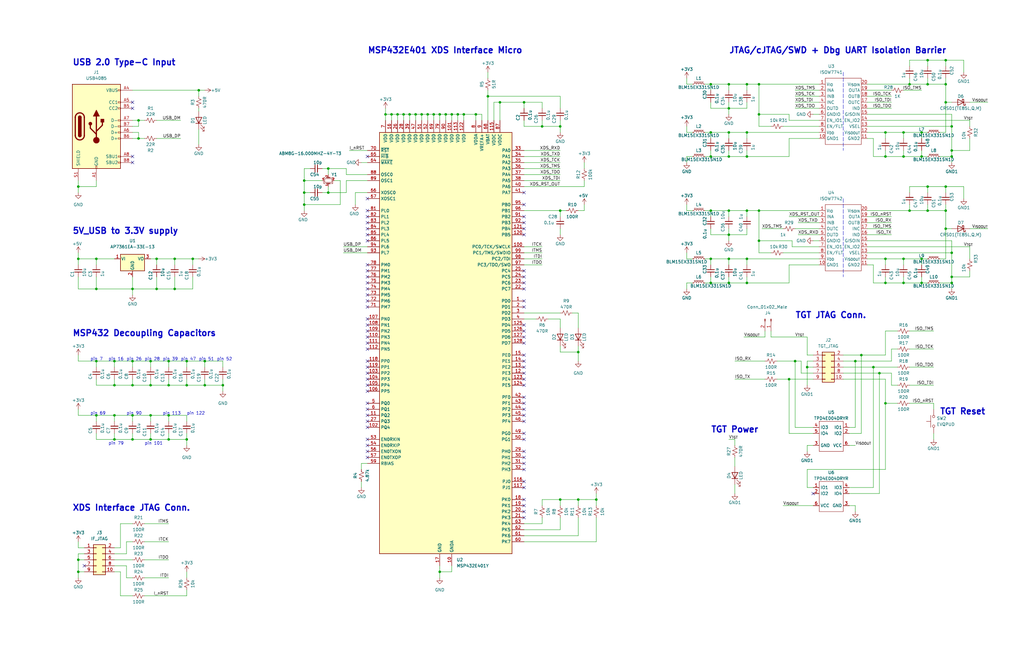
<source format=kicad_sch>
(kicad_sch (version 20211123) (generator eeschema)
  (paper "B")
  (title_block (title "XDS Isolated JTAG/cJTAG/SWD Debugger") (date "2022-06-29") (rev "0.2") (company "Glasslabs"))
  (junction (at 299.72 55.88))
  (junction (at 391.16 78.74))
  (junction (at 71.12 185.42))
  (junction (at 314.96 35.56))
  (junction (at 138.43 71.12))
  (junction (at 307.34 109.22))
  (junction (at 388.62 55.88))
  (junction (at 388.62 119.38))
  (junction (at 180.34 48.26))
  (junction (at 185.42 48.26))
  (junction (at 66.04 109.22))
  (junction (at 398.78 78.74))
  (junction (at 172.72 48.26))
  (junction (at 383.54 88.9))
  (junction (at 299.72 66.04))
  (junction (at 307.34 55.88))
  (junction (at 175.26 48.26))
  (junction (at 73.66 121.92))
  (junction (at 299.72 109.22))
  (junction (at 307.34 119.38))
  (junction (at 66.04 121.92))
  (junction (at 128.27 81.28))
  (junction (at 40.64 121.92))
  (junction (at 332.74 160.02))
  (junction (at 165.1 48.26))
  (junction (at 78.74 162.56))
  (junction (at 243.84 148.59))
  (junction (at 320.04 101.6))
  (junction (at 370.84 157.48))
  (junction (at 40.64 109.22))
  (junction (at 33.02 236.22))
  (junction (at 220.98 43.18))
  (junction (at 401.32 53.34))
  (junction (at 200.66 48.26))
  (junction (at 299.72 88.9))
  (junction (at 55.88 185.42))
  (junction (at 48.26 185.42))
  (junction (at 401.32 106.68))
  (junction (at 81.28 109.22))
  (junction (at 299.72 35.56))
  (junction (at 63.5 175.26))
  (junction (at 177.8 48.26))
  (junction (at 368.3 154.94))
  (junction (at 401.32 116.84))
  (junction (at 33.02 78.74))
  (junction (at 236.22 88.9))
  (junction (at 63.5 162.56))
  (junction (at 48.26 162.56))
  (junction (at 40.64 152.4))
  (junction (at 185.42 241.3))
  (junction (at 63.5 185.42))
  (junction (at 360.68 152.4))
  (junction (at 307.34 66.04))
  (junction (at 86.36 162.56))
  (junction (at 299.72 119.38))
  (junction (at 307.34 88.9))
  (junction (at 93.98 162.56))
  (junction (at 187.96 48.26))
  (junction (at 388.62 109.22))
  (junction (at 401.32 63.5))
  (junction (at 210.82 43.18))
  (junction (at 48.26 175.26))
  (junction (at 86.36 152.4))
  (junction (at 63.5 152.4))
  (junction (at 195.58 48.26))
  (junction (at 33.02 109.22))
  (junction (at 138.43 81.28))
  (junction (at 307.34 45.72))
  (junction (at 251.46 210.82))
  (junction (at 320.04 35.56))
  (junction (at 243.84 210.82))
  (junction (at 307.34 99.06))
  (junction (at 33.02 241.3))
  (junction (at 182.88 48.26))
  (junction (at 307.34 35.56))
  (junction (at 398.78 25.4))
  (junction (at 398.78 43.18))
  (junction (at 388.62 66.04))
  (junction (at 73.66 109.22))
  (junction (at 55.88 175.26))
  (junction (at 363.22 149.86))
  (junction (at 373.38 119.38))
  (junction (at 48.26 152.4))
  (junction (at 128.27 76.2))
  (junction (at 78.74 152.4))
  (junction (at 391.16 25.4))
  (junction (at 373.38 66.04))
  (junction (at 170.18 48.26))
  (junction (at 373.38 109.22))
  (junction (at 383.54 35.56))
  (junction (at 83.82 38.1))
  (junction (at 401.32 119.38))
  (junction (at 320.04 48.26))
  (junction (at 391.16 35.56))
  (junction (at 128.27 86.36))
  (junction (at 314.96 109.22))
  (junction (at 71.12 162.56))
  (junction (at 228.6 53.34))
  (junction (at 381 66.04))
  (junction (at 340.36 154.94))
  (junction (at 167.64 48.26))
  (junction (at 314.96 66.04))
  (junction (at 398.78 35.56))
  (junction (at 401.32 66.04))
  (junction (at 55.88 162.56))
  (junction (at 373.38 170.18))
  (junction (at 236.22 210.82))
  (junction (at 398.78 96.52))
  (junction (at 71.12 175.26))
  (junction (at 193.04 48.26))
  (junction (at 335.28 152.4))
  (junction (at 381 119.38))
  (junction (at 58.42 58.42))
  (junction (at 205.74 40.64))
  (junction (at 320.04 88.9))
  (junction (at 391.16 88.9))
  (junction (at 162.56 48.26))
  (junction (at 40.64 175.26))
  (junction (at 381 55.88))
  (junction (at 55.88 121.92))
  (junction (at 373.38 55.88))
  (junction (at 381 109.22))
  (junction (at 236.22 53.34))
  (junction (at 398.78 88.9))
  (junction (at 314.96 88.9))
  (junction (at 58.42 50.8))
  (junction (at 190.5 48.26))
  (junction (at 55.88 152.4))
  (junction (at 71.12 152.4))
  (junction (at 314.96 119.38))
  (junction (at 314.96 55.88))
  (junction (at 78.74 185.42))
  (no_connect (at 154.94 170.18))
  (no_connect (at 154.94 152.4))
  (no_connect (at 154.94 154.94))
  (no_connect (at 154.94 157.48))
  (no_connect (at 154.94 160.02))
  (no_connect (at 154.94 162.56))
  (no_connect (at 154.94 165.1))
  (no_connect (at 154.94 134.62))
  (no_connect (at 154.94 137.16))
  (no_connect (at 154.94 139.7))
  (no_connect (at 154.94 142.24))
  (no_connect (at 154.94 144.78))
  (no_connect (at 154.94 147.32))
  (no_connect (at 154.94 96.52))
  (no_connect (at 154.94 99.06))
  (no_connect (at 154.94 101.6))
  (no_connect (at 154.94 119.38))
  (no_connect (at 154.94 121.92))
  (no_connect (at 154.94 124.46))
  (no_connect (at 154.94 127))
  (no_connect (at 154.94 129.54))
  (no_connect (at 154.94 111.76))
  (no_connect (at 154.94 114.3))
  (no_connect (at 154.94 116.84))
  (no_connect (at 154.94 88.9))
  (no_connect (at 154.94 91.44))
  (no_connect (at 154.94 93.98))
  (no_connect (at 154.94 180.34))
  (no_connect (at 154.94 177.8))
  (no_connect (at 154.94 175.26))
  (no_connect (at 154.94 172.72))
  (no_connect (at 35.56 238.76))
  (no_connect (at 342.9 208.28))
  (no_connect (at 154.94 66.04))
  (no_connect (at 220.98 137.16))
  (no_connect (at 220.98 139.7))
  (no_connect (at 220.98 142.24))
  (no_connect (at 220.98 144.78))
  (no_connect (at 220.98 149.86))
  (no_connect (at 220.98 152.4))
  (no_connect (at 220.98 154.94))
  (no_connect (at 220.98 157.48))
  (no_connect (at 220.98 160.02))
  (no_connect (at 220.98 162.56))
  (no_connect (at 220.98 167.64))
  (no_connect (at 220.98 170.18))
  (no_connect (at 220.98 172.72))
  (no_connect (at 220.98 175.26))
  (no_connect (at 220.98 177.8))
  (no_connect (at 220.98 182.88))
  (no_connect (at 220.98 185.42))
  (no_connect (at 220.98 190.5))
  (no_connect (at 220.98 193.04))
  (no_connect (at 220.98 195.58))
  (no_connect (at 220.98 198.12))
  (no_connect (at 220.98 203.2))
  (no_connect (at 220.98 205.74))
  (no_connect (at 220.98 210.82))
  (no_connect (at 220.98 213.36))
  (no_connect (at 220.98 215.9))
  (no_connect (at 220.98 218.44))
  (no_connect (at 220.98 127))
  (no_connect (at 220.98 129.54))
  (no_connect (at 220.98 119.38))
  (no_connect (at 220.98 121.92))
  (no_connect (at 220.98 116.84))
  (no_connect (at 220.98 114.3))
  (no_connect (at 154.94 83.82))
  (no_connect (at 220.98 86.36))
  (no_connect (at 220.98 91.44))
  (no_connect (at 220.98 93.98))
  (no_connect (at 220.98 96.52))
  (no_connect (at 220.98 99.06))
  (no_connect (at 220.98 81.28))
  (no_connect (at 154.94 185.42))
  (no_connect (at 154.94 187.96))
  (no_connect (at 154.94 190.5))
  (no_connect (at 154.94 193.04))
  (no_connect (at 55.88 45.72))
  (no_connect (at 55.88 43.18))
  (no_connect (at 55.88 66.04))
  (no_connect (at 55.88 68.58))
  (wire (pts (xy 401.32 63.5) (xy 401.32 66.04)))
  (wire (pts (xy 307.34 99.06) (xy 314.96 99.06)))
  (wire (pts (xy 243.84 88.9) (xy 246.38 88.9)))
  (wire (pts (xy 383.54 35.56) (xy 391.16 35.56)))
  (wire (pts (xy 365.76 43.18) (xy 375.92 43.18)))
  (wire (pts (xy 365.76 35.56) (xy 383.54 35.56)))
  (wire (pts (xy 66.04 121.92) (xy 55.88 121.92)))
  (wire (pts (xy 398.78 96.52) (xy 398.78 109.22)))
  (wire (pts (xy 370.84 208.28) (xy 370.84 157.48)))
  (wire (pts (xy 177.8 48.26) (xy 177.8 50.8)))
  (wire (pts (xy 314.96 88.9) (xy 314.96 91.44)))
  (wire (pts (xy 128.27 86.36) (xy 143.51 86.36)))
  (wire (pts (xy 243.84 210.82) (xy 251.46 210.82)))
  (wire (pts (xy 391.16 88.9) (xy 398.78 88.9)))
  (wire (pts (xy 309.88 160.02) (xy 322.58 160.02)))
  (wire (pts (xy 220.98 134.62) (xy 226.06 134.62)))
  (wire (pts (xy 297.18 119.38) (xy 299.72 119.38)))
  (wire (pts (xy 297.18 88.9) (xy 299.72 88.9)))
  (wire (pts (xy 314.96 63.5) (xy 314.96 66.04)))
  (wire (pts (xy 40.64 152.4) (xy 48.26 152.4)))
  (wire (pts (xy 391.16 78.74) (xy 391.16 81.28)))
  (wire (pts (xy 325.12 106.68) (xy 320.04 106.68)))
  (wire (pts (xy 48.26 182.88) (xy 48.26 185.42)))
  (wire (pts (xy 360.68 152.4) (xy 360.68 180.34)))
  (wire (pts (xy 408.94 58.42) (xy 408.94 63.5)))
  (wire (pts (xy 135.89 81.28) (xy 138.43 81.28)))
  (wire (pts (xy 307.34 35.56) (xy 314.96 35.56)))
  (wire (pts (xy 401.32 106.68) (xy 401.32 116.84)))
  (wire (pts (xy 66.04 116.84) (xy 66.04 121.92)))
  (wire (pts (xy 388.62 109.22) (xy 381 109.22)))
  (wire (pts (xy 55.88 162.56) (xy 63.5 162.56)))
  (wire (pts (xy 299.72 111.76) (xy 299.72 109.22)))
  (wire (pts (xy 203.2 50.8) (xy 203.2 48.26)))
  (wire (pts (xy 391.16 35.56) (xy 398.78 35.56)))
  (wire (pts (xy 152.4 198.12) (xy 152.4 195.58)))
  (wire (pts (xy 340.36 187.96) (xy 340.36 190.5)))
  (wire (pts (xy 307.34 35.56) (xy 307.34 38.1)))
  (wire (pts (xy 391.16 78.74) (xy 398.78 78.74)))
  (wire (pts (xy 154.94 73.66) (xy 146.05 73.66)))
  (wire (pts (xy 165.1 48.26) (xy 165.1 50.8)))
  (wire (pts (xy 365.76 58.42) (xy 368.3 58.42)))
  (wire (pts (xy 138.43 78.74) (xy 138.43 81.28)))
  (wire (pts (xy 383.54 88.9) (xy 391.16 88.9)))
  (wire (pts (xy 360.68 213.36) (xy 360.68 215.9)))
  (wire (pts (xy 128.27 76.2) (xy 128.27 81.28)))
  (wire (pts (xy 58.42 55.88) (xy 58.42 58.42)))
  (wire (pts (xy 314.96 55.88) (xy 345.44 55.88)))
  (wire (pts (xy 251.46 208.28) (xy 251.46 210.82)))
  (wire (pts (xy 205.74 38.1) (xy 205.74 40.64)))
  (wire (pts (xy 365.76 104.14) (xy 408.94 104.14)))
  (wire (pts (xy 381 66.04) (xy 381 63.5)))
  (wire (pts (xy 146.05 71.12) (xy 138.43 71.12)))
  (wire (pts (xy 299.72 109.22) (xy 307.34 109.22)))
  (wire (pts (xy 383.54 86.36) (xy 383.54 88.9)))
  (wire (pts (xy 81.28 116.84) (xy 81.28 121.92)))
  (wire (pts (xy 190.5 48.26) (xy 193.04 48.26)))
  (wire (pts (xy 167.64 48.26) (xy 167.64 50.8)))
  (wire (pts (xy 170.18 48.26) (xy 170.18 50.8)))
  (wire (pts (xy 220.98 106.68) (xy 228.6 106.68)))
  (wire (pts (xy 342.9 101.6) (xy 345.44 101.6)))
  (wire (pts (xy 48.26 238.76) (xy 53.34 238.76)))
  (wire (pts (xy 342.9 187.96) (xy 340.36 187.96)))
  (wire (pts (xy 327.66 152.4) (xy 335.28 152.4)))
  (wire (pts (xy 307.34 45.72) (xy 307.34 48.26)))
  (wire (pts (xy 320.04 106.68) (xy 320.04 101.6)))
  (wire (pts (xy 228.6 213.36) (xy 228.6 210.82)))
  (wire (pts (xy 177.8 48.26) (xy 180.34 48.26)))
  (wire (pts (xy 40.64 162.56) (xy 48.26 162.56)))
  (wire (pts (xy 391.16 86.36) (xy 391.16 88.9)))
  (wire (pts (xy 243.84 148.59) (xy 243.84 152.4)))
  (wire (pts (xy 53.34 243.84) (xy 53.34 238.76)))
  (wire (pts (xy 63.5 175.26) (xy 55.88 175.26)))
  (wire (pts (xy 365.76 48.26) (xy 401.32 48.26)))
  (wire (pts (xy 373.38 170.18) (xy 373.38 160.02)))
  (wire (pts (xy 388.62 63.5) (xy 388.62 66.04)))
  (wire (pts (xy 83.82 38.1) (xy 86.36 38.1)))
  (wire (pts (xy 365.76 50.8) (xy 408.94 50.8)))
  (wire (pts (xy 368.3 205.74) (xy 368.3 154.94)))
  (wire (pts (xy 66.04 109.22) (xy 66.04 111.76)))
  (wire (pts (xy 48.26 236.22) (xy 55.88 236.22)))
  (wire (pts (xy 48.26 233.68) (xy 53.34 233.68)))
  (wire (pts (xy 365.76 91.44) (xy 375.92 91.44)))
  (wire (pts (xy 167.64 48.26) (xy 170.18 48.26)))
  (wire (pts (xy 236.22 88.9) (xy 236.22 91.44)))
  (wire (pts (xy 50.8 251.46) (xy 55.88 251.46)))
  (wire (pts (xy 152.4 195.58) (xy 154.94 195.58)))
  (wire (pts (xy 66.04 50.8) (xy 76.2 50.8)))
  (wire (pts (xy 307.34 88.9) (xy 307.34 91.44)))
  (wire (pts (xy 388.62 119.38) (xy 381 119.38)))
  (wire (pts (xy 299.72 35.56) (xy 307.34 35.56)))
  (wire (pts (xy 383.54 33.02) (xy 383.54 35.56)))
  (wire (pts (xy 375.92 157.48) (xy 375.92 162.56)))
  (wire (pts (xy 236.22 40.64) (xy 236.22 45.72)))
  (wire (pts (xy 128.27 76.2) (xy 135.89 76.2)))
  (wire (pts (xy 228.6 43.18) (xy 228.6 45.72)))
  (wire (pts (xy 243.84 132.08) (xy 243.84 138.43)))
  (wire (pts (xy 388.62 111.76) (xy 388.62 109.22)))
  (wire (pts (xy 78.74 160.02) (xy 78.74 162.56)))
  (wire (pts (xy 327.66 160.02) (xy 332.74 160.02)))
  (wire (pts (xy 63.5 152.4) (xy 55.88 152.4)))
  (wire (pts (xy 33.02 236.22) (xy 35.56 236.22)))
  (wire (pts (xy 393.7 182.88) (xy 393.7 185.42)))
  (wire (pts (xy 398.78 35.56) (xy 398.78 43.18)))
  (wire (pts (xy 205.74 30.48) (xy 205.74 33.02)))
  (wire (pts (xy 71.12 152.4) (xy 63.5 152.4)))
  (wire (pts (xy 228.6 53.34) (xy 236.22 53.34)))
  (wire (pts (xy 182.88 48.26) (xy 185.42 48.26)))
  (wire (pts (xy 365.76 96.52) (xy 375.92 96.52)))
  (wire (pts (xy 33.02 78.74) (xy 33.02 81.28)))
  (wire (pts (xy 40.64 116.84) (xy 40.64 121.92)))
  (wire (pts (xy 33.02 121.92) (xy 40.64 121.92)))
  (wire (pts (xy 342.9 48.26) (xy 345.44 48.26)))
  (wire (pts (xy 128.27 81.28) (xy 130.81 81.28)))
  (wire (pts (xy 314.96 35.56) (xy 320.04 35.56)))
  (wire (pts (xy 309.88 185.42) (xy 309.88 187.96)))
  (wire (pts (xy 48.26 162.56) (xy 55.88 162.56)))
  (wire (pts (xy 60.96 251.46) (xy 78.74 251.46)))
  (wire (pts (xy 335.28 43.18) (xy 345.44 43.18)))
  (wire (pts (xy 165.1 48.26) (xy 167.64 48.26)))
  (wire (pts (xy 336.55 99.06) (xy 345.44 99.06)))
  (wire (pts (xy 368.3 119.38) (xy 368.3 111.76)))
  (wire (pts (xy 128.27 81.28) (xy 128.27 86.36)))
  (wire (pts (xy 220.98 78.74) (xy 246.38 78.74)))
  (wire (pts (xy 398.78 43.18) (xy 398.78 55.88)))
  (wire (pts (xy 246.38 68.58) (xy 246.38 71.12)))
  (wire (pts (xy 307.34 109.22) (xy 314.96 109.22)))
  (wire (pts (xy 228.6 218.44) (xy 228.6 220.98)))
  (wire (pts (xy 299.72 63.5) (xy 299.72 66.04)))
  (wire (pts (xy 220.98 73.66) (xy 236.22 73.66)))
  (wire (pts (xy 40.64 152.4) (xy 33.02 152.4)))
  (wire (pts (xy 378.46 170.18) (xy 373.38 170.18)))
  (wire (pts (xy 66.04 109.22) (xy 73.66 109.22)))
  (wire (pts (xy 332.74 119.38) (xy 332.74 111.76)))
  (wire (pts (xy 220.98 88.9) (xy 236.22 88.9)))
  (wire (pts (xy 365.76 45.72) (xy 375.92 45.72)))
  (wire (pts (xy 71.12 162.56) (xy 78.74 162.56)))
  (wire (pts (xy 58.42 50.8) (xy 58.42 53.34)))
  (wire (pts (xy 93.98 152.4) (xy 86.36 152.4)))
  (wire (pts (xy 365.76 93.98) (xy 375.92 93.98)))
  (wire (pts (xy 406.4 25.4) (xy 406.4 30.48)))
  (wire (pts (xy 342.9 157.48) (xy 337.82 157.48)))
  (wire (pts (xy 220.98 76.2) (xy 236.22 76.2)))
  (wire (pts (xy 332.74 50.8) (xy 332.74 48.26)))
  (wire (pts (xy 299.72 99.06) (xy 307.34 99.06)))
  (wire (pts (xy 342.9 152.4) (xy 340.36 152.4)))
  (wire (pts (xy 322.58 142.24) (xy 322.58 139.7)))
  (wire (pts (xy 236.22 138.43) (xy 236.22 134.62)))
  (wire (pts (xy 58.42 58.42) (xy 60.96 58.42)))
  (wire (pts (xy 128.27 71.12) (xy 128.27 76.2)))
  (wire (pts (xy 332.74 111.76) (xy 345.44 111.76)))
  (wire (pts (xy 220.98 71.12) (xy 236.22 71.12)))
  (wire (pts (xy 146.05 73.66) (xy 146.05 71.12)))
  (wire (pts (xy 33.02 241.3) (xy 33.02 243.84)))
  (wire (pts (xy 391.16 55.88) (xy 388.62 55.88)))
  (wire (pts (xy 220.98 111.76) (xy 228.6 111.76)))
  (wire (pts (xy 78.74 251.46) (xy 78.74 248.92)))
  (wire (pts (xy 236.22 223.52) (xy 236.22 218.44)))
  (wire (pts (xy 50.8 220.98) (xy 50.8 231.14)))
  (wire (pts (xy 365.76 111.76) (xy 368.3 111.76)))
  (wire (pts (xy 40.64 154.94) (xy 40.64 152.4)))
  (wire (pts (xy 307.34 109.22) (xy 307.34 111.76)))
  (wire (pts (xy 185.42 48.26) (xy 185.42 50.8)))
  (wire (pts (xy 220.98 43.18) (xy 220.98 45.72)))
  (wire (pts (xy 314.96 119.38) (xy 332.74 119.38)))
  (wire (pts (xy 35.56 233.68) (xy 33.02 233.68)))
  (wire (pts (xy 335.28 96.52) (xy 345.44 96.52)))
  (wire (pts (xy 55.88 58.42) (xy 58.42 58.42)))
  (wire (pts (xy 55.88 160.02) (xy 55.88 162.56)))
  (wire (pts (xy 391.16 33.02) (xy 391.16 35.56)))
  (wire (pts (xy 314.96 116.84) (xy 314.96 119.38)))
  (wire (pts (xy 185.42 241.3) (xy 185.42 243.84)))
  (wire (pts (xy 314.96 35.56) (xy 314.96 38.1)))
  (wire (pts (xy 398.78 43.18) (xy 401.32 43.18)))
  (polyline (pts (xy 355.6 83.82) (xy 355.6 116.84)))
  (wire (pts (xy 55.88 182.88) (xy 55.88 185.42)))
  (wire (pts (xy 50.8 241.3) (xy 50.8 251.46)))
  (wire (pts (xy 398.78 25.4) (xy 398.78 27.94)))
  (wire (pts (xy 220.98 63.5) (xy 236.22 63.5)))
  (wire (pts (xy 365.76 106.68) (xy 401.32 106.68)))
  (wire (pts (xy 66.04 121.92) (xy 73.66 121.92)))
  (wire (pts (xy 200.66 48.26) (xy 203.2 48.26)))
  (wire (pts (xy 391.16 119.38) (xy 388.62 119.38)))
  (wire (pts (xy 314.96 109.22) (xy 345.44 109.22)))
  (wire (pts (xy 365.76 55.88) (xy 373.38 55.88)))
  (wire (pts (xy 73.66 109.22) (xy 73.66 111.76)))
  (wire (pts (xy 309.88 204.47) (xy 309.88 208.28)))
  (wire (pts (xy 373.38 109.22) (xy 373.38 111.76)))
  (wire (pts (xy 363.22 182.88) (xy 363.22 149.86)))
  (wire (pts (xy 381 55.88) (xy 373.38 55.88)))
  (wire (pts (xy 78.74 162.56) (xy 86.36 162.56)))
  (wire (pts (xy 55.88 53.34) (xy 58.42 53.34)))
  (wire (pts (xy 162.56 48.26) (xy 162.56 50.8)))
  (wire (pts (xy 297.18 35.56) (xy 299.72 35.56)))
  (polyline (pts (xy 355.6 30.48) (xy 355.6 63.5)))
  (wire (pts (xy 152.4 203.2) (xy 152.4 205.74)))
  (wire (pts (xy 55.88 50.8) (xy 58.42 50.8)))
  (wire (pts (xy 393.7 170.18) (xy 393.7 172.72)))
  (wire (pts (xy 241.3 132.08) (xy 243.84 132.08)))
  (wire (pts (xy 243.84 210.82) (xy 243.84 213.36)))
  (wire (pts (xy 345.44 104.14) (xy 334.01 104.14)))
  (wire (pts (xy 93.98 160.02) (xy 93.98 162.56)))
  (wire (pts (xy 408.94 104.14) (xy 408.94 109.22)))
  (wire (pts (xy 299.72 43.18) (xy 299.72 45.72)))
  (wire (pts (xy 220.98 50.8) (xy 220.98 53.34)))
  (wire (pts (xy 307.34 185.42) (xy 309.88 185.42)))
  (wire (pts (xy 170.18 48.26) (xy 172.72 48.26)))
  (wire (pts (xy 180.34 48.26) (xy 182.88 48.26)))
  (wire (pts (xy 335.28 40.64) (xy 345.44 40.64)))
  (wire (pts (xy 375.92 152.4) (xy 375.92 147.32)))
  (wire (pts (xy 320.04 35.56) (xy 320.04 48.26)))
  (wire (pts (xy 314.96 109.22) (xy 314.96 111.76)))
  (wire (pts (xy 335.28 152.4) (xy 335.28 180.34)))
  (wire (pts (xy 185.42 238.76) (xy 185.42 241.3)))
  (wire (pts (xy 342.9 149.86) (xy 340.36 149.86)))
  (wire (pts (xy 48.26 175.26) (xy 48.26 177.8)))
  (wire (pts (xy 401.32 116.84) (xy 401.32 119.38)))
  (wire (pts (xy 154.94 76.2) (xy 146.05 76.2)))
  (wire (pts (xy 40.64 182.88) (xy 40.64 185.42)))
  (wire (pts (xy 337.82 157.48) (xy 337.82 152.4)))
  (wire (pts (xy 365.76 99.06) (xy 375.92 99.06)))
  (wire (pts (xy 251.46 228.6) (xy 251.46 218.44)))
  (wire (pts (xy 368.3 154.94) (xy 378.46 154.94)))
  (wire (pts (xy 48.26 152.4) (xy 48.26 154.94)))
  (wire (pts (xy 175.26 48.26) (xy 177.8 48.26)))
  (wire (pts (xy 355.6 149.86) (xy 363.22 149.86)))
  (wire (pts (xy 307.34 43.18) (xy 307.34 45.72)))
  (wire (pts (xy 86.36 152.4) (xy 86.36 154.94)))
  (wire (pts (xy 332.74 91.44) (xy 345.44 91.44)))
  (wire (pts (xy 33.02 116.84) (xy 33.02 121.92)))
  (wire (pts (xy 86.36 152.4) (xy 78.74 152.4)))
  (wire (pts (xy 398.78 33.02) (xy 398.78 35.56)))
  (wire (pts (xy 345.44 50.8) (xy 332.74 50.8)))
  (wire (pts (xy 358.14 208.28) (xy 370.84 208.28)))
  (wire (pts (xy 48.26 152.4) (xy 55.88 152.4)))
  (wire (pts (xy 396.24 109.22) (xy 398.78 109.22)))
  (wire (pts (xy 320.04 48.26) (xy 320.04 53.34)))
  (wire (pts (xy 228.6 43.18) (xy 220.98 43.18)))
  (wire (pts (xy 408.94 50.8) (xy 408.94 53.34)))
  (wire (pts (xy 365.76 109.22) (xy 373.38 109.22)))
  (wire (pts (xy 40.64 160.02) (xy 40.64 162.56)))
  (wire (pts (xy 33.02 228.6) (xy 33.02 231.14)))
  (wire (pts (xy 314.96 55.88) (xy 314.96 58.42)))
  (wire (pts (xy 71.12 175.26) (xy 71.12 177.8)))
  (wire (pts (xy 55.88 121.92) (xy 55.88 124.46)))
  (wire (pts (xy 398.78 86.36) (xy 398.78 88.9)))
  (wire (pts (xy 320.04 101.6) (xy 320.04 88.9)))
  (wire (pts (xy 78.74 152.4) (xy 71.12 152.4)))
  (wire (pts (xy 401.32 101.6) (xy 401.32 106.68)))
  (wire (pts (xy 320.04 48.26) (xy 332.74 48.26)))
  (wire (pts (xy 60.96 220.98) (xy 71.12 220.98)))
  (wire (pts (xy 236.22 40.64) (xy 205.74 40.64)))
  (wire (pts (xy 60.96 228.6) (xy 71.12 228.6)))
  (wire (pts (xy 55.88 177.8) (xy 55.88 175.26)))
  (wire (pts (xy 396.24 119.38) (xy 401.32 119.38)))
  (wire (pts (xy 314.96 88.9) (xy 320.04 88.9)))
  (wire (pts (xy 236.22 148.59) (xy 243.84 148.59)))
  (wire (pts (xy 172.72 48.26) (xy 172.72 50.8)))
  (wire (pts (xy 193.04 48.26) (xy 195.58 48.26)))
  (wire (pts (xy 342.9 205.74) (xy 340.36 205.74)))
  (wire (pts (xy 383.54 147.32) (xy 393.7 147.32)))
  (wire (pts (xy 320.04 101.6) (xy 334.01 101.6)))
  (wire (pts (xy 208.28 50.8) (xy 208.28 43.18)))
  (wire (pts (xy 342.9 154.94) (xy 340.36 154.94)))
  (wire (pts (xy 408.94 96.52) (xy 416.56 96.52)))
  (wire (pts (xy 144.78 104.14) (xy 154.94 104.14)))
  (wire (pts (xy 391.16 25.4) (xy 398.78 25.4)))
  (wire (pts (xy 200.66 48.26) (xy 200.66 50.8)))
  (wire (pts (xy 398.78 25.4) (xy 406.4 25.4)))
  (wire (pts (xy 185.42 48.26) (xy 187.96 48.26)))
  (wire (pts (xy 210.82 43.18) (xy 220.98 43.18)))
  (wire (pts (xy 307.34 66.04) (xy 314.96 66.04)))
  (wire (pts (xy 388.62 55.88) (xy 381 55.88)))
  (wire (pts (xy 332.74 66.04) (xy 332.74 58.42)))
  (wire (pts (xy 292.1 88.9) (xy 289.56 88.9)))
  (wire (pts (xy 289.56 53.34) (xy 289.56 55.88)))
  (wire (pts (xy 381 119.38) (xy 381 116.84)))
  (wire (pts (xy 299.72 88.9) (xy 307.34 88.9)))
  (wire (pts (xy 172.72 48.26) (xy 175.26 48.26)))
  (wire (pts (xy 289.56 121.92) (xy 289.56 119.38)))
  (wire (pts (xy 330.2 213.36) (xy 342.9 213.36)))
  (wire (pts (xy 365.76 38.1) (xy 375.92 38.1)))
  (wire (pts (xy 58.42 50.8) (xy 60.96 50.8)))
  (wire (pts (xy 299.72 35.56) (xy 299.72 38.1)))
  (wire (pts (xy 289.56 33.02) (xy 289.56 35.56)))
  (wire (pts (xy 220.98 68.58) (xy 236.22 68.58)))
  (wire (pts (xy 332.74 160.02) (xy 342.9 160.02)))
  (wire (pts (xy 335.28 45.72) (xy 345.44 45.72)))
  (wire (pts (xy 314.96 96.52) (xy 314.96 99.06)))
  (wire (pts (xy 228.6 50.8) (xy 228.6 53.34)))
  (wire (pts (xy 187.96 48.26) (xy 190.5 48.26)))
  (wire (pts (xy 33.02 78.74) (xy 40.64 78.74)))
  (wire (pts (xy 190.5 238.76) (xy 190.5 241.3)))
  (wire (pts (xy 307.34 45.72) (xy 314.96 45.72)))
  (wire (pts (xy 355.6 160.02) (xy 373.38 160.02)))
  (wire (pts (xy 78.74 152.4) (xy 78.74 154.94)))
  (wire (pts (xy 381 119.38) (xy 373.38 119.38)))
  (wire (pts (xy 48.26 160.02) (xy 48.26 162.56)))
  (wire (pts (xy 398.78 96.52) (xy 401.32 96.52)))
  (wire (pts (xy 299.72 55.88) (xy 307.34 55.88)))
  (wire (pts (xy 391.16 25.4) (xy 391.16 27.94)))
  (wire (pts (xy 314.96 66.04) (xy 332.74 66.04)))
  (wire (pts (xy 292.1 35.56) (xy 289.56 35.56)))
  (wire (pts (xy 307.34 119.38) (xy 307.34 116.84)))
  (wire (pts (xy 401.32 53.34) (xy 401.32 63.5)))
  (wire (pts (xy 48.26 185.42) (xy 55.88 185.42)))
  (wire (pts (xy 236.22 146.05) (xy 236.22 148.59)))
  (wire (pts (xy 309.88 152.4) (xy 322.58 152.4)))
  (wire (pts (xy 40.64 76.2) (xy 40.64 78.74)))
  (wire (pts (xy 398.78 88.9) (xy 398.78 96.52)))
  (wire (pts (xy 381 66.04) (xy 373.38 66.04)))
  (wire (pts (xy 55.88 116.84) (xy 55.88 121.92)))
  (wire (pts (xy 332.74 58.42) (xy 345.44 58.42)))
  (wire (pts (xy 401.32 48.26) (xy 401.32 53.34)))
  (wire (pts (xy 365.76 53.34) (xy 401.32 53.34)))
  (wire (pts (xy 236.22 88.9) (xy 238.76 88.9)))
  (wire (pts (xy 360.68 152.4) (xy 375.92 152.4)))
  (wire (pts (xy 236.22 50.8) (xy 236.22 53.34)))
  (wire (pts (xy 228.6 210.82) (xy 236.22 210.82)))
  (wire (pts (xy 320.04 88.9) (xy 345.44 88.9)))
  (wire (pts (xy 383.54 170.18) (xy 393.7 170.18)))
  (wire (pts (xy 309.88 193.04) (xy 309.88 196.85)))
  (wire (pts (xy 401.32 116.84) (xy 408.94 116.84)))
  (wire (pts (xy 48.26 241.3) (xy 50.8 241.3)))
  (wire (pts (xy 401.32 66.04) (xy 401.32 68.58)))
  (wire (pts (xy 297.18 66.04) (xy 299.72 66.04)))
  (wire (pts (xy 78.74 185.42) (xy 78.74 187.96)))
  (wire (pts (xy 40.64 109.22) (xy 40.64 111.76)))
  (wire (pts (xy 246.38 86.36) (xy 246.38 88.9)))
  (wire (pts (xy 135.89 71.12) (xy 138.43 71.12)))
  (wire (pts (xy 73.66 121.92) (xy 81.28 121.92)))
  (wire (pts (xy 55.88 38.1) (xy 83.82 38.1)))
  (wire (pts (xy 193.04 48.26) (xy 193.04 50.8)))
  (wire (pts (xy 182.88 48.26) (xy 182.88 50.8)))
  (wire (pts (xy 220.98 132.08) (xy 236.22 132.08)))
  (wire (pts (xy 243.84 146.05) (xy 243.84 148.59)))
  (wire (pts (xy 299.72 116.84) (xy 299.72 119.38)))
  (wire (pts (xy 297.18 109.22) (xy 299.72 109.22)))
  (wire (pts (xy 334.01 104.14) (xy 334.01 101.6)))
  (wire (pts (xy 368.3 66.04) (xy 368.3 58.42)))
  (wire (pts (xy 289.56 106.68) (xy 289.56 109.22)))
  (wire (pts (xy 162.56 45.72) (xy 162.56 48.26)))
  (wire (pts (xy 388.62 58.42) (xy 388.62 55.88)))
  (wire (pts (xy 63.5 175.26) (xy 63.5 177.8)))
  (wire (pts (xy 162.56 48.26) (xy 165.1 48.26)))
  (wire (pts (xy 63.5 185.42) (xy 71.12 185.42)))
  (wire (pts (xy 335.28 180.34) (xy 342.9 180.34)))
  (wire (pts (xy 210.82 43.18) (xy 210.82 50.8)))
  (wire (pts (xy 383.54 162.56) (xy 393.7 162.56)))
  (wire (pts (xy 60.96 236.22) (xy 71.12 236.22)))
  (wire (pts (xy 373.38 63.5) (xy 373.38 66.04)))
  (wire (pts (xy 355.6 152.4) (xy 360.68 152.4)))
  (wire (pts (xy 63.5 152.4) (xy 63.5 154.94)))
  (wire (pts (xy 365.76 40.64) (xy 375.92 40.64)))
  (wire (pts (xy 236.22 53.34) (xy 236.22 55.88)))
  (wire (pts (xy 340.36 149.86) (xy 340.36 142.24)))
  (wire (pts (xy 66.04 58.42) (xy 76.2 58.42)))
  (wire (pts (xy 128.27 86.36) (xy 128.27 88.9)))
  (wire (pts (xy 391.16 66.04) (xy 388.62 66.04)))
  (wire (pts (xy 299.72 96.52) (xy 299.72 99.06)))
  (wire (pts (xy 391.16 109.22) (xy 388.62 109.22)))
  (wire (pts (xy 313.69 142.24) (xy 322.58 142.24)))
  (wire (pts (xy 33.02 109.22) (xy 40.64 109.22)))
  (wire (pts (xy 363.22 149.86) (xy 373.38 149.86)))
  (wire (pts (xy 342.9 182.88) (xy 332.74 182.88)))
  (wire (pts (xy 33.02 109.22) (xy 33.02 111.76)))
  (wire (pts (xy 220.98 220.98) (xy 228.6 220.98)))
  (wire (pts (xy 381 55.88) (xy 381 58.42)))
  (wire (pts (xy 71.12 182.88) (xy 71.12 185.42)))
  (wire (pts (xy 320.04 35.56) (xy 345.44 35.56)))
  (wire (pts (xy 398.78 78.74) (xy 398.78 81.28)))
  (wire (pts (xy 33.02 149.86) (xy 33.02 152.4)))
  (wire (pts (xy 358.14 213.36) (xy 360.68 213.36)))
  (wire (pts (xy 195.58 48.26) (xy 200.66 48.26)))
  (wire (pts (xy 71.12 152.4) (xy 71.12 154.94)))
  (wire (pts (xy 55.88 185.42) (xy 63.5 185.42)))
  (wire (pts (xy 335.28 38.1) (xy 345.44 38.1)))
  (wire (pts (xy 73.66 109.22) (xy 81.28 109.22)))
  (wire (pts (xy 33.02 172.72) (xy 33.02 175.26)))
  (wire (pts (xy 40.64 109.22) (xy 48.26 109.22)))
  (wire (pts (xy 78.74 175.26) (xy 78.74 177.8)))
  (wire (pts (xy 307.34 119.38) (xy 314.96 119.38)))
  (wire (pts (xy 40.64 177.8) (xy 40.64 175.26)))
  (wire (pts (xy 220.98 109.22) (xy 228.6 109.22)))
  (wire (pts (xy 236.22 96.52) (xy 236.22 99.06)))
  (wire (pts (xy 63.5 160.02) (xy 63.5 162.56)))
  (wire (pts (xy 86.36 160.02) (xy 86.36 162.56)))
  (wire (pts (xy 55.88 55.88) (xy 58.42 55.88)))
  (wire (pts (xy 335.28 152.4) (xy 337.82 152.4)))
  (wire (pts (xy 154.94 81.28) (xy 149.86 81.28)))
  (wire (pts (xy 78.74 182.88) (xy 78.74 185.42)))
  (wire (pts (xy 78.74 175.26) (xy 71.12 175.26)))
  (wire (pts (xy 292.1 55.88) (xy 289.56 55.88)))
  (wire (pts (xy 220.98 66.04) (xy 236.22 66.04)))
  (wire (pts (xy 180.34 48.26) (xy 180.34 50.8)))
  (wire (pts (xy 325.12 139.7) (xy 325.12 142.24)))
  (wire (pts (xy 220.98 228.6) (xy 251.46 228.6)))
  (wire (pts (xy 289.56 68.58) (xy 289.56 66.04)))
  (wire (pts (xy 375.92 147.32) (xy 378.46 147.32)))
  (wire (pts (xy 307.34 99.06) (xy 307.34 101.6)))
  (wire (pts (xy 33.02 236.22) (xy 33.02 241.3)))
  (wire (pts (xy 152.4 68.58) (xy 154.94 68.58)))
  (wire (pts (xy 299.72 45.72) (xy 307.34 45.72)))
  (wire (pts (xy 307.34 96.52) (xy 307.34 99.06)))
  (wire (pts (xy 370.84 157.48) (xy 375.92 157.48)))
  (wire (pts (xy 50.8 231.14) (xy 48.26 231.14)))
  (wire (pts (xy 63.5 162.56) (xy 71.12 162.56)))
  (wire (pts (xy 86.36 162.56) (xy 93.98 162.56)))
  (wire (pts (xy 378.46 139.7) (xy 373.38 139.7)))
  (wire (pts (xy 236.22 210.82) (xy 236.22 213.36)))
  (wire (pts (xy 175.26 48.26) (xy 175.26 50.8)))
  (wire (pts (xy 406.4 78.74) (xy 406.4 83.82)))
  (wire (pts (xy 383.54 25.4) (xy 391.16 25.4)))
  (wire (pts (xy 55.88 154.94) (xy 55.88 152.4)))
  (wire (pts (xy 33.02 76.2) (xy 33.02 78.74)))
  (wire (pts (xy 307.34 55.88) (xy 314.96 55.88)))
  (wire (pts (xy 146.05 81.28) (xy 138.43 81.28)))
  (wire (pts (xy 195.58 48.26) (xy 195.58 50.8)))
  (wire (pts (xy 373.38 119.38) (xy 368.3 119.38)))
  (wire (pts (xy 289.56 119.38) (xy 292.1 119.38)))
  (wire (pts (xy 373.38 116.84) (xy 373.38 119.38)))
  (wire (pts (xy 408.94 114.3) (xy 408.94 116.84)))
  (wire (pts (xy 93.98 162.56) (xy 93.98 165.1)))
  (wire (pts (xy 330.2 106.68) (xy 345.44 106.68)))
  (wire (pts (xy 340.36 198.12) (xy 373.38 198.12)))
  (wire (pts (xy 71.12 175.26) (xy 63.5 175.26)))
  (wire (pts (xy 63.5 182.88) (xy 63.5 185.42)))
  (wire (pts (xy 60.96 243.84) (xy 71.12 243.84)))
  (wire (pts (xy 71.12 160.02) (xy 71.12 162.56)))
  (wire (pts (xy 220.98 226.06) (xy 243.84 226.06)))
  (wire (pts (xy 144.78 106.68) (xy 154.94 106.68)))
  (wire (pts (xy 231.14 134.62) (xy 236.22 134.62)))
  (wire (pts (xy 48.26 175.26) (xy 55.88 175.26)))
  (wire (pts (xy 40.64 185.42) (xy 48.26 185.42)))
  (wire (pts (xy 383.54 81.28) (xy 383.54 78.74)))
  (wire (pts (xy 236.22 210.82) (xy 243.84 210.82)))
  (wire (pts (xy 73.66 116.84) (xy 73.66 121.92)))
  (wire (pts (xy 78.74 241.3) (xy 78.74 243.84)))
  (wire (pts (xy 220.98 223.52) (xy 236.22 223.52)))
  (wire (pts (xy 355.6 154.94) (xy 368.3 154.94)))
  (wire (pts (xy 383.54 154.94) (xy 393.7 154.94)))
  (wire (pts (xy 396.24 55.88) (xy 398.78 55.88)))
  (wire (pts (xy 93.98 154.94) (xy 93.98 152.4)))
  (wire (pts (xy 83.82 38.1) (xy 83.82 40.64)))
  (wire (pts (xy 289.56 86.36) (xy 289.56 88.9)))
  (wire (pts (xy 81.28 109.22) (xy 83.82 109.22)))
  (wire (pts (xy 208.28 43.18) (xy 210.82 43.18)))
  (wire (pts (xy 381 109.22) (xy 381 111.76)))
  (wire (pts (xy 330.2 53.34) (xy 345.44 53.34)))
  (wire (pts (xy 340.36 154.94) (xy 340.36 162.56)))
  (wire (pts (xy 55.88 243.84) (xy 53.34 243.84)))
  (wire (pts (xy 40.64 175.26) (xy 33.02 175.26)))
  (wire (pts (xy 187.96 48.26) (xy 187.96 50.8)))
  (wire (pts (xy 33.02 233.68) (xy 33.02 236.22)))
  (wire (pts (xy 398.78 78.74) (xy 406.4 78.74)))
  (wire (pts (xy 53.34 228.6) (xy 55.88 228.6)))
  (wire (pts (xy 365.76 101.6) (xy 401.32 101.6)))
  (wire (pts (xy 325.12 142.24) (xy 340.36 142.24)))
  (wire (pts (xy 143.51 76.2) (xy 143.51 86.36)))
  (wire (pts (xy 383.54 27.94) (xy 383.54 25.4)))
  (wire (pts (xy 292.1 109.22) (xy 289.56 109.22)))
  (wire (pts (xy 355.6 157.48) (xy 370.84 157.48)))
  (wire (pts (xy 146.05 76.2) (xy 146.05 81.28)))
  (wire (pts (xy 358.14 205.74) (xy 368.3 205.74)))
  (wire (pts (xy 396.24 66.04) (xy 401.32 66.04)))
  (wire (pts (xy 33.02 241.3) (xy 35.56 241.3)))
  (wire (pts (xy 332.74 182.88) (xy 332.74 160.02)))
  (wire (pts (xy 358.14 182.88) (xy 363.22 182.88)))
  (wire (pts (xy 383.54 78.74) (xy 391.16 78.74)))
  (wire (pts (xy 289.56 66.04) (xy 292.1 66.04)))
  (wire (pts (xy 81.28 109.22) (xy 81.28 111.76)))
  (wire (pts (xy 185.42 241.3) (xy 190.5 241.3)))
  (wire (pts (xy 40.64 175.26) (xy 48.26 175.26)))
  (wire (pts (xy 314.96 43.18) (xy 314.96 45.72)))
  (wire (pts (xy 373.38 66.04) (xy 368.3 66.04)))
  (wire (pts (xy 297.18 55.88) (xy 299.72 55.88)))
  (wire (pts (xy 401.32 119.38) (xy 401.32 121.92)))
  (wire (pts (xy 190.5 48.26) (xy 190.5 50.8)))
  (wire (pts (xy 358.14 180.34) (xy 360.68 180.34)))
  (wire (pts (xy 55.88 220.98) (xy 50.8 220.98)))
  (wire (pts (xy 383.54 139.7) (xy 393.7 139.7)))
  (wire (pts (xy 408.94 43.18) (xy 416.56 43.18)))
  (wire (pts (xy 340.36 205.74) (xy 340.36 198.12)))
  (wire (pts (xy 33.02 106.68) (xy 33.02 109.22)))
  (wire (pts (xy 251.46 210.82) (xy 251.46 213.36)))
  (wire (pts (xy 373.38 55.88) (xy 373.38 58.42)))
  (wire (pts (xy 299.72 119.38) (xy 307.34 119.38)))
  (wire (pts (xy 375.92 162.56) (xy 378.46 162.56)))
  (wire (pts (xy 53.34 233.68) (xy 53.34 228.6)))
  (wire (pts (xy 83.82 54.61) (xy 83.82 60.96)))
  (wire (pts (xy 140.97 76.2) (xy 143.51 76.2)))
  (wire (pts (xy 63.5 109.22) (xy 66.04 109.22)))
  (wire (pts (xy 388.62 116.84) (xy 388.62 119.38)))
  (wire (pts (xy 401.32 63.5) (xy 408.94 63.5)))
  (wire (pts (xy 205.74 40.64) (xy 205.74 50.8)))
  (wire (pts (xy 307.34 66.04) (xy 307.34 63.5)))
  (wire (pts (xy 358.14 187.96) (xy 360.68 187.96)))
  (wire (pts (xy 365.76 88.9) (xy 383.54 88.9)))
  (wire (pts (xy 388.62 66.04) (xy 381 66.04)))
  (wire (pts (xy 147.32 63.5) (xy 154.94 63.5)))
  (wire (pts (xy 149.86 81.28) (xy 149.86 86.36)))
  (wire (pts (xy 220.98 104.14) (xy 228.6 104.14)))
  (wire (pts (xy 243.84 226.06) (xy 243.84 218.44)))
  (wire (pts (xy 83.82 45.72) (xy 83.82 46.99)))
  (wire (pts (xy 246.38 76.2) (xy 246.38 78.74)))
  (wire (pts (xy 220.98 53.34) (xy 228.6 53.34)))
  (wire (pts (xy 138.43 71.12) (xy 138.43 73.66)))
  (wire (pts (xy 40.64 121.92) (xy 55.88 121.92)))
  (wire (pts (xy 307.34 55.88) (xy 307.34 58.42)))
  (wire (pts (xy 381 38.1) (xy 388.62 38.1)))
  (wire (pts (xy 373.38 139.7) (xy 373.38 149.86)))
  (wire (pts (xy 340.36 152.4) (xy 340.36 154.94)))
  (wire (pts (xy 307.34 88.9) (xy 314.96 88.9)))
  (wire (pts (xy 130.81 71.12) (xy 128.27 71.12)))
  (wire (pts (xy 320.04 53.34) (xy 325.12 53.34)))
  (wire (pts (xy 71.12 185.42) (xy 78.74 185.42)))
  (wire (pts (xy 381 109.22) (xy 373.38 109.22)))
  (wire (pts (xy 35.56 231.14) (xy 33.02 231.14)))
  (wire (pts (xy 321.31 96.52) (xy 330.2 96.52)))
  (wire (pts (xy 373.38 198.12) (xy 373.38 170.18)))
  (wire (pts (xy 299.72 55.88) (xy 299.72 58.42)))
  (wire (pts (xy 336.55 93.98) (xy 345.44 93.98)))
  (wire (pts (xy 299.72 88.9) (xy 299.72 91.44)))
  (wire (pts (xy 299.72 66.04) (xy 307.34 66.04)))
  (text "TGT Reset" (at 396.24 175.26 0) (effects (font (size 2.54 2.54) (thickness 0.508) bold) (justify left bottom)))
  (text "pin 113" (at 68.58 175.26 0) (effects (font (size 1.27 1.27)) (justify left bottom)))
  (text "pin 90" (at 53.34 175.26 0) (effects (font (size 1.27 1.27)) (justify left bottom)))
  (text "MSP432E401 XDS Interface Micro" (at 154.94 22.86 0) (effects (font (size 2.54 2.54) (thickness 0.508) bold) (justify left bottom)))
  (text "pin 16" (at 45.72 152.4 0) (effects (font (size 1.27 1.27)) (justify left bottom)))
  (text "pin 52" (at 91.44 152.4 0) (effects (font (size 1.27 1.27)) (justify left bottom)))
  (text "USB 2.0 Type-C Input" (at 30.48 27.94 0) (effects (font (size 2.54 2.54) (thickness 0.508) bold) (justify left bottom)))
  (text "JTAG/cJTAG/SWD + Dbg UART Isolation Barrier" (at 307.34 22.86 0) (effects (font (size 2.54 2.54) (thickness 0.508) bold) (justify left bottom)))
  (text "TGT Power" (at 299.72 182.88 0) (effects (font (size 2.54 2.54) (thickness 0.508) bold) (justify left bottom)))
  (text "MSP432 Decoupling Capacitors" (at 30.48 142.24 0) (effects (font (size 2.54 2.54) (thickness 0.508) bold) (justify left bottom)))
  (text "pin 47" (at 76.2 152.4 0) (effects (font (size 1.27 1.27)) (justify left bottom)))
  (text "pin 51" (at 83.82 152.4 0) (effects (font (size 1.27 1.27)) (justify left bottom)))
  (text "pin 69" (at 38.1 175.26 0) (effects (font (size 1.27 1.27)) (justify left bottom)))
  (text "pin 7" (at 38.1 152.4 0) (effects (font (size 1.27 1.27)) (justify left bottom)))
  (text "pin 101" (at 60.96 187.96 0) (effects (font (size 1.27 1.27)) (justify left bottom)))
  (text "TGT JTAG Conn." (at 335.28 134.62 0) (effects (font (size 2.54 2.54) (thickness 0.508) bold) (justify left bottom)))
  (text "pin 122" (at 78.74 175.26 0) (effects (font (size 1.27 1.27)) (justify left bottom)))
  (text "XDS Interface JTAG Conn." (at 30.48 215.9 0) (effects (font (size 2.54 2.54) (thickness 0.508) bold) (justify left bottom)))
  (text "pin 26" (at 53.34 152.4 0) (effects (font (size 1.27 1.27)) (justify left bottom)))
  (text "pin 79" (at 45.72 187.96 0) (effects (font (size 1.27 1.27)) (justify left bottom)))
  (text "pin 28" (at 60.96 152.4 0) (effects (font (size 1.27 1.27)) (justify left bottom)))
  (text "pin 39" (at 68.58 152.4 0) (effects (font (size 1.27 1.27)) (justify left bottom)))
  (text "5V_USB to 3.3V supply" (at 30.48 99.06 0) (effects (font (size 2.54 2.54) (thickness 0.508) bold) (justify left bottom)))
  (label "XDS_RXD" (at 336.55 99.06 0))
  (label "I_nRST" (at 147.32 63.5 0))
  (label "ISO_TMS" (at 375.92 96.52 180))
  (label "V_{ISOOUT}" (at 313.69 142.24 0))
  (label "XDS_TMS" (at 321.31 96.52 0))
  (label "V_{TGT}" (at 335.28 142.24 0))
  (label "ISO_TDO" (at 375.92 45.72 180))
  (label "XDS_RXD" (at 236.22 63.5 180))
  (label "ITCK" (at 71.12 228.6 180))
  (label "ISO_TCK" (at 375.92 40.64 180))
  (label "USB_DM" (at 76.2 50.8 180))
  (label "V_{TGT}" (at 406.4 104.14 0))
  (label "ISO_RX" (at 375.92 93.98 180))
  (label "XDS_TXD" (at 336.55 93.98 0))
  (label "V_{ISOOUT}" (at 330.2 213.36 0))
  (label "ITDO" (at 228.6 111.76 180))
  (label "XDS_TCK" (at 335.28 40.64 0))
  (label "V_{TGT}" (at 406.4 50.8 0))
  (label "XDS_RST_OUT" (at 236.22 78.74 180))
  (label "ITDO" (at 71.12 236.22 180))
  (label "ISO_TX" (at 375.92 99.06 180))
  (label "ITMS" (at 71.12 220.98 180))
  (label "XDS_TDI" (at 236.22 76.2 180))
  (label "USB_DP" (at 76.2 58.42 180))
  (label "XDS_TMS" (at 236.22 71.12 180))
  (label "XDS_TDO" (at 236.22 73.66 180))
  (label "XDS_TDO" (at 335.28 45.72 0))
  (label "XDS_TMS" (at 335.28 38.1 0))
  (label "V_{ISOOUT}" (at 416.56 96.52 180))
  (label "XDS_TCK" (at 236.22 68.58 180))
  (label "ITDI" (at 228.6 109.22 180))
  (label "USB_DM" (at 144.78 106.68 0))
  (label "ISO_nRST" (at 393.7 170.18 180))
  (label "ITMS" (at 228.6 106.68 180))
  (label "ITCK" (at 228.6 104.14 180))
  (label "XDS_RST_OUT" (at 332.74 91.44 0))
  (label "ISO_TX" (at 309.88 160.02 0))
  (label "V_{ISOOUT}" (at 416.56 43.18 180))
  (label "XDS_TDI" (at 335.28 43.18 0))
  (label "ISO_TDI" (at 393.7 162.56 180))
  (label "V_{ISOOUT}" (at 360.68 187.96 0))
  (label "ISO_RX" (at 309.88 152.4 0))
  (label "I_nRST" (at 71.12 251.46 180))
  (label "ISO_TDI" (at 375.92 43.18 180))
  (label "ISO_TMS" (at 388.62 38.1 180))
  (label "ISO_TMS" (at 393.7 139.7 180))
  (label "ISO_TCK" (at 393.7 147.32 180))
  (label "ISO_TDO" (at 393.7 154.94 180))
  (label "V_{TGT}" (at 307.34 185.42 0))
  (label "ISO_nRST" (at 375.92 91.44 180))
  (label "ITDI" (at 71.12 243.84 180))
  (label "XDS_TXD" (at 236.22 66.04 180))
  (label "USB_DP" (at 144.78 104.14 0))
  (symbol (lib_id "power:+3V3") (at 289.56 106.68 0) (unit 1)
    (property "Reference" "#PWR026" (effects hide))
    (property "Value" "+3V3" (at 289.56 102.87 0))
  )
  (symbol (lib_id "Device:L_Ferrite_Small") (at 294.64 109.22 90) (unit 1)
    (property "Reference" "L5" (at 294.64 106.68 90))
    (property "Value" "BLM15EX331SN1D" (at 289.56 110.49 90))
    (property "Footprint" "Inductor_SMD:L_0402_1005Metric" (effects hide))
  )
  (symbol (lib_id "power:+3V3") (at 33.02 228.6 0) (unit 1)
    (property "Reference" "#PWR033" (effects hide))
    (property "Value" "+3V3" (at 33.02 224.79 0))
  )
  (symbol (lib_name "TPD4E004DRYR_1") (lib_id "xds-iso:TPD4E004DRYR") (at 350.52 215.9 0) (unit 1)
    (property "Reference" "U6" (at 350.52 199.39 0))
    (property "Value" "TPD4E004DRYR" (at 350.52 201.93 0))
    (property "Footprint" "Package_SON:Fairchild_MicroPak-6_1.0x1.45mm_P0.5mm" (effects hide))
  )
  (symbol (lib_id "Device:C_Small") (at 40.64 157.48 180) (unit 1)
    (property "Reference" "C4" (at 38.1 157.48 90) (effects (justify left)))
    (property "Value" "0.1u" (at 43.18 160.02 90) (effects (justify right)))
    (property "Footprint" "Capacitor_SMD:C_0402_1005Metric" (effects hide))
  )
  (symbol (lib_id "power:GND") (at 152.4 68.58 270) (unit 1)
    (property "Reference" "#PWR011" (effects hide))
    (property "Value" "GND" (at 146.05 68.58 90) (effects (justify left)))
  )
  (symbol (lib_id "power:GND") (at 55.88 124.46 0) (unit 1)
    (property "Reference" "#PWR05" (effects hide))
    (property "Value" "GND" (at 55.88 128.27 0))
  )
  (symbol (lib_id "Device:C_Small") (at 314.96 60.96 180) (unit 1)
    (property "Reference" "C39" (at 312.42 60.96 90) (effects (justify left)))
    (property "Value" "1u" (at 317.5 63.5 90) (effects (justify right)))
    (property "Footprint" "Capacitor_SMD:C_0603_1608Metric" (effects hide))
  )
  (symbol (lib_id "Device:R_Small_US") (at 378.46 38.1 90) (unit 1)
    (property "Reference" "R28" (at 374.65 36.83 90))
    (property "Value" "1K" (at 378.46 40.64 90))
    (property "Footprint" "Resistor_SMD:R_0402_1005Metric" (effects hide))
  )
  (symbol (lib_id "Device:C_Small") (at 307.34 93.98 180) (unit 1)
    (property "Reference" "C36" (at 304.8 93.98 90) (effects (justify left)))
    (property "Value" "10u" (at 304.8 92.71 90) (effects (justify right)))
    (property "Footprint" "Capacitor_SMD:C_0805_2012Metric" (effects hide))
  )
  (symbol (lib_id "power:GND1") (at 393.7 185.42 0) (unit 1)
    (property "Reference" "#PWR043" (effects hide))
    (property "Value" "GND1" (at 393.7 189.23 0))
  )
  (symbol (lib_id "Device:L_Ferrite_Small") (at 294.64 55.88 90) (unit 1)
    (property "Reference" "L2" (at 294.64 53.34 90))
    (property "Value" "BLM15EX331SN1D" (at 294.64 57.15 90))
    (property "Footprint" "Inductor_SMD:L_0402_1005Metric" (effects hide))
  )
  (symbol (lib_id "power:GND") (at 83.82 60.96 0) (unit 1)
    (property "Reference" "#PWR06" (effects hide))
    (property "Value" "GND" (at 83.82 64.77 0))
  )
  (symbol (lib_id "Device:L_Ferrite_Small") (at 393.7 119.38 270) (mirror x) (unit 1)
    (property "Reference" "L10" (at 393.7 116.84 90))
    (property "Value" "BLM15EX331SN1D" (at 393.7 120.65 90))
    (property "Footprint" "Inductor_SMD:L_0402_1005Metric" (effects hide))
  )
  (symbol (lib_id "Device:C_Small") (at 388.62 114.3 0) (mirror y) (unit 1)
    (property "Reference" "C49" (at 391.16 115.57 90) (effects (justify left)))
    (property "Value" "0.1u" (at 386.08 113.03 90) (effects (justify right)))
    (property "Footprint" "Capacitor_SMD:C_0402_1005Metric" (effects hide))
  )
  (symbol (lib_id "Device:C_Small") (at 373.38 60.96 0) (mirror x) (unit 1)
    (property "Reference" "C42" (at 375.92 60.96 90) (effects (justify left)))
    (property "Value" "1u" (at 370.84 63.5 90) (effects (justify right)))
    (property "Footprint" "Capacitor_SMD:C_0603_1608Metric" (effects hide))
  )
  (symbol (lib_id "Device:R_Small_US") (at 58.42 228.6 90) (unit 1)
    (property "Reference" "R22" (at 58.42 226.06 90))
    (property "Value" "100R" (at 58.42 231.14 90))
    (property "Footprint" "Resistor_SMD:R_0402_1005Metric" (effects hide))
  )
  (symbol (lib_id "Device:LED") (at 236.22 142.24 90) (unit 1)
    (property "Reference" "D2" (at 233.68 142.24 0))
    (property "Value" "LED" (at 238.76 142.24 0))
    (property "Footprint" "LED_SMD:LED_0603_1608Metric" (effects hide))
  )
  (symbol (lib_id "Device:LED") (at 309.88 200.66 90) (unit 1)
    (property "Reference" "D4" (at 307.34 200.66 0))
    (property "Value" "LED" (at 312.42 200.66 0))
    (property "Footprint" "LED_SMD:LED_0603_1608Metric" (effects hide))
  )
  (symbol (lib_id "power:GND1") (at 401.32 121.92 0) (unit 1)
    (property "Reference" "#PWR037" (effects hide))
    (property "Value" "GND1" (at 401.32 125.73 0))
  )
  (symbol (lib_id "power:GND1") (at 340.36 190.5 0) (unit 1)
    (property "Reference" "#PWR0101" (effects hide))
    (property "Value" "GND1" (at 340.36 194.31 0))
  )
  (symbol (lib_id "Device:Crystal_GND24_Small") (at 138.43 76.2 90) (unit 1)
    (property "Reference" "Y1" (at 140.97 73.66 90))
    (property "Value" "ABM8G-16.000MHZ-4Y-T3" (at 130.81 64.77 90))
    (property "Footprint" "Crystal:Crystal_SMD_Abracon_ABM10-4Pin_2.5x2.0mm" (effects hide))
  )
  (symbol (lib_id "power:+5V") (at 33.02 106.68 0) (unit 1)
    (property "Reference" "#PWR02" (effects hide))
    (property "Value" "+5V" (at 30.48 102.87 0) (effects (justify left)))
  )
  (symbol (lib_id "Device:C_Small") (at 383.54 30.48 0) (mirror x) (unit 1)
    (property "Reference" "C46" (at 386.08 30.48 90) (effects (justify left)))
    (property "Value" "1u" (at 381 33.02 90) (effects (justify right)))
    (property "Footprint" "Capacitor_SMD:C_0603_1608Metric" (effects hide))
  )
  (symbol (lib_id "Device:R_Small_US") (at 243.84 215.9 180) (unit 1)
    (property "Reference" "R11" (at 241.3 215.9 90))
    (property "Value" "10k" (at 246.38 215.9 90))
    (property "Footprint" "Resistor_SMD:R_0402_1005Metric" (effects hide))
  )
  (symbol (lib_id "Device:R_Small_US") (at 238.76 132.08 90) (unit 1)
    (property "Reference" "R9" (at 238.76 127 90))
    (property "Value" "470R" (at 238.76 129.54 90))
    (property "Footprint" "Resistor_SMD:R_0402_1005Metric" (effects hide))
  )
  (symbol (lib_id "power:GND") (at 185.42 243.84 0) (unit 1)
    (property "Reference" "#PWR014" (effects hide))
    (property "Value" "GND" (at 185.42 248.92 0))
  )
  (symbol (lib_id "Device:R_Small_US") (at 251.46 215.9 180) (unit 1)
    (property "Reference" "R13" (at 248.92 215.9 90))
    (property "Value" "10k" (at 254 215.9 90))
    (property "Footprint" "Resistor_SMD:R_0402_1005Metric" (effects hide))
  )
  (symbol (lib_id "Connector_Generic:Conn_02x05_Odd_Even") (at 347.98 154.94 0) (unit 1)
    (property "Reference" "J2" (at 349.25 143.51 0))
    (property "Value" "TGT_JTAG" (at 349.25 146.05 0))
    (property "Footprint" "Connector_PinHeader_1.27mm:PinHeader_2x05_P1.27mm_Vertical_SMD" (effects hide))
  )
  (symbol (lib_id "Device:C_Small") (at 299.72 60.96 0) (unit 1)
    (property "Reference" "C31" (at 297.18 62.23 90) (effects (justify left)))
    (property "Value" "0.1u" (at 302.26 59.69 90) (effects (justify right)))
    (property "Footprint" "Capacitor_SMD:C_0402_1005Metric" (effects hide))
  )
  (symbol (lib_id "Regulator_Linear:MCP1703A-3002_SOT223") (at 55.88 109.22 0) (unit 1)
    (property "Reference" "U1" (at 55.88 101.6 0))
    (property "Value" "AP7361EA-33E-13" (at 55.88 104.14 0))
    (property "Footprint" "Package_TO_SOT_SMD:SOT-223-3_TabPin2" (effects hide))
    (property "Datasheet" "http://ww1.microchip.com/downloads/en/DeviceDoc/20005122B.pdf" (effects hide))
  )
  (symbol (lib_id "Device:C_Small") (at 314.96 114.3 180) (unit 1)
    (property "Reference" "C41" (at 312.42 114.3 90) (effects (justify left)))
    (property "Value" "1u" (at 317.5 116.84 90) (effects (justify right)))
    (property "Footprint" "Capacitor_SMD:C_0603_1608Metric" (effects hide))
  )
  (symbol (lib_id "Device:C_Small") (at 78.74 180.34 180) (unit 1)
    (property "Reference" "C17" (at 76.2 180.34 90) (effects (justify left)))
    (property "Value" "0.1u" (at 81.28 182.88 90) (effects (justify right)))
    (property "Footprint" "Capacitor_SMD:C_0402_1005Metric" (effects hide))
  )
  (symbol (lib_id "Device:C_Small") (at 388.62 60.96 0) (mirror y) (unit 1)
    (property "Reference" "C48" (at 391.16 62.23 90) (effects (justify left)))
    (property "Value" "0.1u" (at 386.08 59.69 90) (effects (justify right)))
    (property "Footprint" "Capacitor_SMD:C_0402_1005Metric" (effects hide))
  )
  (symbol (lib_id "Device:R_Small_US") (at 381 170.18 90) (unit 1)
    (property "Reference" "R20" (at 381 167.64 90))
    (property "Value" "100R" (at 381 172.72 90))
    (property "Footprint" "Resistor_SMD:R_0402_1005Metric" (effects hide))
  )
  (symbol (lib_id "power:+3V3") (at 83.82 109.22 270) (unit 1)
    (property "Reference" "#PWR07" (effects hide))
    (property "Value" "+3V3" (at 88.9 109.22 90))
  )
  (symbol (lib_id "Device:C_Small") (at 307.34 40.64 180) (unit 1)
    (property "Reference" "C34" (at 304.8 40.64 90) (effects (justify left)))
    (property "Value" "10u" (at 309.88 43.18 90) (effects (justify right)))
    (property "Footprint" "Capacitor_SMD:C_0805_2012Metric" (effects hide))
  )
  (symbol (lib_id "power:+3V3") (at 33.02 149.86 0) (unit 1)
    (property "Reference" "#PWR03" (effects hide))
    (property "Value" "+3V3" (at 33.02 146.05 0))
  )
  (symbol (lib_id "Device:R_Small_US") (at 63.5 50.8 90) (unit 1)
    (property "Reference" "R1" (at 63.5 45.72 90))
    (property "Value" "22R" (at 63.5 48.26 90))
    (property "Footprint" "Resistor_SMD:R_0402_1005Metric" (effects hide))
  )
  (symbol (lib_id "power:GND") (at 342.9 48.26 270) (unit 1)
    (property "Reference" "#PWR030" (effects hide))
    (property "Value" "GND" (at 337.82 48.26 90))
  )
  (symbol (lib_id "Device:C_Small") (at 133.35 71.12 90) (unit 1)
    (property "Reference" "C54" (at 134.62 73.66 90) (effects (justify left)))
    (property "Value" "10p" (at 132.08 68.58 90) (effects (justify right)))
    (property "Footprint" "Capacitor_SMD:C_0402_1005Metric" (effects hide))
  )
  (symbol (lib_id "power:GND1") (at 309.88 208.28 0) (unit 1)
    (property "Reference" "#PWR040" (effects hide))
    (property "Value" "GND1" (at 309.88 212.09 0))
  )
  (symbol (lib_id "Device:C_Small") (at 40.64 114.3 180) (unit 1)
    (property "Reference" "C3" (at 38.1 114.3 90) (effects (justify left)))
    (property "Value" "1u" (at 43.18 116.84 90) (effects (justify right)))
    (property "Footprint" "Capacitor_SMD:C_0603_1608Metric" (effects hide))
  )
  (symbol (lib_id "Device:C_Small") (at 78.74 157.48 180) (unit 1)
    (property "Reference" "C16" (at 76.2 157.48 90) (effects (justify left)))
    (property "Value" "0.1u" (at 81.28 160.02 90) (effects (justify right)))
    (property "Footprint" "Capacitor_SMD:C_0402_1005Metric" (effects hide))
  )
  (symbol (lib_id "Device:L_Ferrite_Small") (at 393.7 55.88 270) (mirror x) (unit 1)
    (property "Reference" "L7" (at 388.62 54.61 90))
    (property "Value" "BLM15EX331SN1D" (at 393.7 57.15 90))
    (property "Footprint" "Inductor_SMD:L_0402_1005Metric" (effects hide))
  )
  (symbol (lib_id "Device:C_Small") (at 63.5 157.48 180) (unit 1)
    (property "Reference" "C10" (at 60.96 157.48 90) (effects (justify left)))
    (property "Value" "0.1u" (at 66.04 160.02 90) (effects (justify right)))
    (property "Footprint" "Capacitor_SMD:C_0402_1005Metric" (effects hide))
  )
  (symbol (lib_id "Device:R_Small_US") (at 408.94 55.88 0) (unit 1)
    (property "Reference" "R32" (at 411.48 55.88 90))
    (property "Value" "10k" (at 406.4 57.15 90))
    (property "Footprint" "Resistor_SMD:R_0402_1005Metric" (effects hide))
  )
  (symbol (lib_id "power:+5V") (at 86.36 38.1 270) (unit 1)
    (property "Reference" "#PWR010" (effects hide))
    (property "Value" "+5V" (at 88.9 38.1 90) (effects (justify left)))
  )
  (symbol (lib_id "Device:R_Small_US") (at 58.42 236.22 90) (unit 1)
    (property "Reference" "R23" (at 58.42 233.68 90))
    (property "Value" "100R" (at 58.42 238.76 90))
    (property "Footprint" "Resistor_SMD:R_0402_1005Metric" (effects hide))
  )
  (symbol (lib_id "power:GND") (at 243.84 152.4 0) (unit 1)
    (property "Reference" "#PWR018" (effects hide))
    (property "Value" "GND" (at 243.84 157.48 0))
  )
  (symbol (lib_id "Device:C_Small") (at 391.16 83.82 0) (mirror x) (unit 1)
    (property "Reference" "C51" (at 393.7 83.82 90) (effects (justify left)))
    (property "Value" "10u" (at 388.62 86.36 90) (effects (justify right)))
    (property "Footprint" "Capacitor_SMD:C_0805_2012Metric" (effects hide))
  )
  (symbol (lib_id "power:GND") (at 149.86 86.36 0) (unit 1)
    (property "Reference" "#PWR042" (effects hide))
    (property "Value" "GND" (at 147.32 90.17 0) (effects (justify left)))
  )
  (symbol (lib_id "power:GND") (at 289.56 121.92 0) (unit 1)
    (property "Reference" "#PWR027" (effects hide))
    (property "Value" "GND" (at 289.56 125.73 0))
  )
  (symbol (lib_id "Device:D_Schottky") (at 405.13 96.52 180) (unit 1)
    (property "Reference" "D7" (at 405.13 93.98 0))
    (property "Value" "CRS01(TE85L,Q,M)" (at 405.13 99.06 0))
    (property "Footprint" "Diode_SMD:D_SOD-123F" (effects hide))
  )
  (symbol (lib_id "Device:R_Small_US") (at 408.94 111.76 0) (unit 1)
    (property "Reference" "R33" (at 411.48 109.22 90))
    (property "Value" "10k" (at 406.4 113.03 90))
    (property "Footprint" "Resistor_SMD:R_0402_1005Metric" (effects hide))
  )
  (symbol (lib_id "Device:R_Small_US") (at 381 139.7 90) (unit 1)
    (property "Reference" "R16" (at 381 137.16 90))
    (property "Value" "100R" (at 381 142.24 90))
    (property "Footprint" "Resistor_SMD:R_0402_1005Metric" (effects hide))
  )
  (symbol (lib_id "Device:C_Small") (at 220.98 48.26 180) (unit 1)
    (property "Reference" "C2" (at 218.44 48.26 90) (effects (justify left)))
    (property "Value" "0.1u" (at 223.52 50.8 90) (effects (justify right)))
    (property "Footprint" "Capacitor_SMD:C_0402_1005Metric" (effects hide))
  )
  (symbol (lib_id "Device:R_Small_US") (at 236.22 215.9 180) (unit 1)
    (property "Reference" "R8" (at 233.68 215.9 90))
    (property "Value" "10k" (at 238.76 215.9 90))
    (property "Footprint" "Resistor_SMD:R_0402_1005Metric" (effects hide))
  )
  (symbol (lib_id "Device:LED") (at 243.84 142.24 90) (unit 1)
    (property "Reference" "D3" (at 241.3 142.24 0))
    (property "Value" "LED" (at 246.38 142.24 0))
    (property "Footprint" "LED_SMD:LED_0603_1608Metric" (effects hide))
  )
  (symbol (lib_id "power:GND1") (at 360.68 215.9 0) (unit 1)
    (property "Reference" "#PWR044" (effects hide))
    (property "Value" "GND1" (at 360.68 219.71 0))
  )
  (symbol (lib_id "Device:R_Small_US") (at 309.88 190.5 180) (unit 1)
    (property "Reference" "R27" (at 307.34 190.5 90))
    (property "Value" "470R" (at 312.42 190.5 90))
    (property "Footprint" "Resistor_SMD:R_0402_1005Metric" (effects hide))
  )
  (symbol (lib_id "Device:C_Small") (at 373.38 114.3 0) (mirror x) (unit 1)
    (property "Reference" "C43" (at 375.92 114.3 90) (effects (justify left)))
    (property "Value" "1u" (at 370.84 116.84 90) (effects (justify right)))
    (property "Footprint" "Capacitor_SMD:C_0603_1608Metric" (effects hide))
  )
  (symbol (lib_id "power:GND1") (at 406.4 30.48 0) (unit 1)
    (property "Reference" "#PWR038" (effects hide))
    (property "Value" "GND1" (at 406.4 34.29 0))
  )
  (symbol (lib_id "Device:C_Small") (at 33.02 114.3 180) (unit 1)
    (property "Reference" "C1" (at 30.48 114.3 90) (effects (justify left)))
    (property "Value" "10u" (at 35.56 116.84 90) (effects (justify right)))
    (property "Footprint" "Capacitor_SMD:C_0805_2012Metric" (effects hide))
  )
  (symbol (lib_id "Device:R_Small_US") (at 58.42 251.46 90) (unit 1)
    (property "Reference" "R25" (at 58.42 248.92 90))
    (property "Value" "100R" (at 58.42 254 90))
    (property "Footprint" "Resistor_SMD:R_0402_1005Metric" (effects hide))
  )
  (symbol (lib_id "Device:C_Small") (at 66.04 114.3 180) (unit 1)
    (property "Reference" "C12" (at 63.5 114.3 90) (effects (justify left)))
    (property "Value" "10u" (at 68.58 116.84 90) (effects (justify right)))
    (property "Footprint" "Capacitor_SMD:C_0805_2012Metric" (effects hide))
  )
  (symbol (lib_id "Device:C_Small") (at 93.98 157.48 180) (unit 1)
    (property "Reference" "C22" (at 91.44 157.48 90) (effects (justify left)))
    (property "Value" "0.1u" (at 96.52 160.02 90) (effects (justify right)))
    (property "Footprint" "Capacitor_SMD:C_0402_1005Metric" (effects hide))
  )
  (symbol (lib_id "Device:C_Small") (at 71.12 157.48 180) (unit 1)
    (property "Reference" "C13" (at 68.58 157.48 90) (effects (justify left)))
    (property "Value" "0.1u" (at 73.66 160.02 90) (effects (justify right)))
    (property "Footprint" "Capacitor_SMD:C_0402_1005Metric" (effects hide))
  )
  (symbol (lib_id "power:GND") (at 128.27 88.9 0) (unit 1)
    (property "Reference" "#PWR041" (effects hide))
    (property "Value" "GND" (at 125.73 92.71 0) (effects (justify left)))
  )
  (symbol (lib_id "Device:L_Ferrite_Small") (at 294.64 35.56 90) (unit 1)
    (property "Reference" "L1" (at 294.64 33.02 90))
    (property "Value" "BLM15EX331SN1D" (at 294.64 36.83 90))
    (property "Footprint" "Inductor_SMD:L_0402_1005Metric" (effects hide))
  )
  (symbol (lib_id "power:GND1") (at 340.36 162.56 0) (unit 1)
    (property "Reference" "#PWR032" (effects hide))
    (property "Value" "GND1" (at 340.36 166.37 0))
  )
  (symbol (lib_id "Device:R_Small_US") (at 325.12 160.02 90) (unit 1)
    (property "Reference" "R15" (at 325.12 157.48 90))
    (property "Value" "100R" (at 325.12 162.56 90))
    (property "Footprint" "Resistor_SMD:R_0402_1005Metric" (effects hide))
  )
  (symbol (lib_id "power:GND") (at 93.98 165.1 0) (unit 1)
    (property "Reference" "#PWR08" (effects hide))
    (property "Value" "GND" (at 93.98 170.18 0))
  )
  (symbol (lib_id "power:GND") (at 33.02 81.28 0) (unit 1)
    (property "Reference" "#PWR01" (effects hide))
    (property "Value" "GND" (at 33.02 86.36 0))
  )
  (symbol (lib_id "Device:C_Small") (at 71.12 180.34 180) (unit 1)
    (property "Reference" "C14" (at 68.58 180.34 90) (effects (justify left)))
    (property "Value" "0.1u" (at 73.66 182.88 90) (effects (justify right)))
    (property "Footprint" "Capacitor_SMD:C_0402_1005Metric" (effects hide))
  )
  (symbol (lib_id "Device:R_Small_US") (at 327.66 53.34 270) (unit 1)
    (property "Reference" "R31" (at 330.2 50.8 90))
    (property "Value" "10k" (at 326.39 50.8 90))
    (property "Footprint" "Resistor_SMD:R_0402_1005Metric" (effects hide))
  )
  (symbol (lib_id "Device:C_Small") (at 383.54 83.82 0) (mirror x) (unit 1)
    (property "Reference" "C47" (at 386.08 83.82 90) (effects (justify left)))
    (property "Value" "1u" (at 381 86.36 90) (effects (justify right)))
    (property "Footprint" "Capacitor_SMD:C_0603_1608Metric" (effects hide))
  )
  (symbol (lib_id "Device:C_Small") (at 86.36 157.48 180) (unit 1)
    (property "Reference" "C19" (at 83.82 157.48 90) (effects (justify left)))
    (property "Value" "0.1u" (at 88.9 160.02 90) (effects (justify right)))
    (property "Footprint" "Capacitor_SMD:C_0402_1005Metric" (effects hide))
  )
  (symbol (lib_id "Device:C_Small") (at 63.5 180.34 180) (unit 1)
    (property "Reference" "C11" (at 60.96 180.34 90) (effects (justify left)))
    (property "Value" "0.1u" (at 66.04 182.88 90) (effects (justify right)))
    (property "Footprint" "Capacitor_SMD:C_0402_1005Metric" (effects hide))
  )
  (symbol (lib_id "Device:C_Small") (at 314.96 93.98 180) (unit 1)
    (property "Reference" "C40" (at 312.42 93.98 90) (effects (justify left)))
    (property "Value" "1u" (at 312.42 92.71 90) (effects (justify right)))
    (property "Footprint" "Capacitor_SMD:C_0603_1608Metric" (effects hide))
  )
  (symbol (lib_id "Device:C_Small") (at 307.34 60.96 180) (unit 1)
    (property "Reference" "C35" (at 304.8 60.96 90) (effects (justify left)))
    (property "Value" "10u" (at 309.88 63.5 90) (effects (justify right)))
    (property "Footprint" "Capacitor_SMD:C_0805_2012Metric" (effects hide))
  )
  (symbol (lib_id "power:+3V3") (at 246.38 68.58 0) (unit 1)
    (property "Reference" "#PWR019" (effects hide))
    (property "Value" "+3V3" (at 246.38 64.77 0))
  )
  (symbol (lib_id "power:+3V3") (at 251.46 208.28 0) (unit 1)
    (property "Reference" "#PWR021" (effects hide))
    (property "Value" "+3V3" (at 251.46 204.47 0))
  )
  (symbol (lib_id "Device:C_Small") (at 55.88 180.34 180) (unit 1)
    (property "Reference" "C9" (at 53.34 180.34 90) (effects (justify left)))
    (property "Value" "0.1u" (at 58.42 182.88 90) (effects (justify right)))
    (property "Footprint" "Capacitor_SMD:C_0402_1005Metric" (effects hide))
  )
  (symbol (lib_id "Device:R_Small_US") (at 381 147.32 90) (unit 1)
    (property "Reference" "R17" (at 381 144.78 90))
    (property "Value" "100R" (at 381 149.86 90))
    (property "Footprint" "Resistor_SMD:R_0402_1005Metric" (effects hide))
  )
  (symbol (lib_id "power:GND") (at 236.22 99.06 0) (unit 1)
    (property "Reference" "#PWR016" (effects hide))
    (property "Value" "GND" (at 236.22 102.87 0))
  )
  (symbol (lib_id "Device:R_Small_US") (at 246.38 73.66 180) (unit 1)
    (property "Reference" "R12" (at 243.84 73.66 90))
    (property "Value" "100k" (at 248.92 73.66 90))
    (property "Footprint" "Resistor_SMD:R_0402_1005Metric" (effects hide))
  )
  (symbol (lib_id "power:GND") (at 33.02 243.84 0) (unit 1)
    (property "Reference" "#PWR034" (effects hide))
    (property "Value" "GND" (at 33.02 247.65 0))
  )
  (symbol (lib_id "power:GND") (at 307.34 48.26 0) (unit 1)
    (property "Reference" "#PWR028" (effects hide))
    (property "Value" "GND" (at 307.34 52.07 0))
  )
  (symbol (lib_id "Device:R_Small_US") (at 78.74 246.38 180) (unit 1)
    (property "Reference" "R26" (at 76.2 246.38 90))
    (property "Value" "10k" (at 81.28 246.38 90))
    (property "Footprint" "Resistor_SMD:R_0402_1005Metric" (effects hide))
  )
  (symbol (lib_id "Device:L_Ferrite_Small") (at 393.7 109.22 270) (mirror x) (unit 1)
    (property "Reference" "L9" (at 388.62 107.95 90))
    (property "Value" "BLM15EX331SN1D" (at 393.7 110.49 90))
    (property "Footprint" "Inductor_SMD:L_0402_1005Metric" (effects hide))
  )
  (symbol (lib_id "Device:C_Small") (at 48.26 180.34 180) (unit 1)
    (property "Reference" "C7" (at 45.72 180.34 90) (effects (justify left)))
    (property "Value" "0.1u" (at 50.8 182.88 90) (effects (justify right)))
    (property "Footprint" "Capacitor_SMD:C_0402_1005Metric" (effects hide))
  )
  (symbol (lib_id "Device:C_Small") (at 299.72 114.3 0) (unit 1)
    (property "Reference" "C33" (at 297.18 115.57 90) (effects (justify left)))
    (property "Value" "0.1u" (at 302.26 113.03 90) (effects (justify right)))
    (property "Footprint" "Capacitor_SMD:C_0402_1005Metric" (effects hide))
  )
  (symbol (lib_id "Device:C_Small") (at 299.72 93.98 0) (unit 1)
    (property "Reference" "C32" (at 297.18 95.25 90) (effects (justify left)))
    (property "Value" "0.1u" (at 297.18 96.52 90) (effects (justify right)))
    (property "Footprint" "Capacitor_SMD:C_0402_1005Metric" (effects hide))
  )
  (symbol (lib_id "Device:C_Small") (at 398.78 30.48 0) (mirror y) (unit 1)
    (property "Reference" "C52" (at 401.32 31.75 90) (effects (justify left)))
    (property "Value" "0.1u" (at 396.24 29.21 90) (effects (justify right)))
    (property "Footprint" "Capacitor_SMD:C_0402_1005Metric" (effects hide))
  )
  (symbol (lib_id "power:GND") (at 307.34 101.6 0) (unit 1)
    (property "Reference" "#PWR029" (effects hide))
    (property "Value" "GND" (at 307.34 105.41 0))
  )
  (symbol (lib_id "Connector:USB_C_Receptacle_USB2.0") (at 40.64 53.34 0) (unit 1)
    (property "Reference" "J1" (at 40.64 30.48 0))
    (property "Value" "USB4085" (at 40.64 33.02 0))
    (property "Footprint" "Connector_USB:USB_C_Receptacle_GCT_USB4085" (effects hide))
    (property "Datasheet" "https://www.usb.org/sites/default/files/documents/usb_type-c.zip" (effects hide))
  )
  (symbol (lib_id "Device:R_Small_US") (at 228.6 134.62 90) (unit 1)
    (property "Reference" "R6" (at 228.6 137.16 90))
    (property "Value" "470R" (at 228.6 139.7 90))
    (property "Footprint" "Resistor_SMD:R_0402_1005Metric" (effects hide))
  )
  (symbol (lib_id "Device:D_Schottky") (at 405.13 43.18 180) (unit 1)
    (property "Reference" "D6" (at 405.13 40.64 0))
    (property "Value" "CRS01(TE85L,Q,M)" (at 405.13 45.72 0))
    (property "Footprint" "Diode_SMD:D_SOD-123F" (effects hide))
  )
  (symbol (lib_id "Device:R_Small_US") (at 83.82 43.18 180) (unit 1)
    (property "Reference" "R3" (at 81.28 43.18 90))
    (property "Value" "470R" (at 86.36 43.18 90))
    (property "Footprint" "Resistor_SMD:R_0402_1005Metric" (effects hide))
  )
  (symbol (lib_id "power:GND") (at 236.22 55.88 0) (unit 1)
    (property "Reference" "#PWR017" (effects hide))
    (property "Value" "GND" (at 236.22 59.69 0))
  )
  (symbol (lib_id "Device:R_Small_US") (at 58.42 243.84 90) (unit 1)
    (property "Reference" "R24" (at 58.42 241.3 90))
    (property "Value" "100R" (at 58.42 246.38 90))
    (property "Footprint" "Resistor_SMD:R_0402_1005Metric" (effects hide))
  )
  (symbol (lib_id "power:+3V3") (at 205.74 30.48 0) (unit 1)
    (property "Reference" "#PWR015" (effects hide))
    (property "Value" "+3V3" (at 205.74 26.67 0))
  )
  (symbol (lib_id "Device:R_Small_US") (at 205.74 35.56 180) (unit 1)
    (property "Reference" "R5" (at 203.2 35.56 90))
    (property "Value" "51R" (at 208.28 35.56 90))
    (property "Footprint" "Resistor_SMD:R_0402_1005Metric" (effects hide))
  )
  (symbol (lib_id "Device:L_Ferrite_Small") (at 294.64 119.38 90) (unit 1)
    (property "Reference" "L6" (at 294.64 116.84 90))
    (property "Value" "BLM15EX331SN1D" (at 299.72 120.65 90))
    (property "Footprint" "Inductor_SMD:L_0402_1005Metric" (effects hide))
  )
  (symbol (lib_id "Device:R_Small_US") (at 327.66 106.68 270) (unit 1)
    (property "Reference" "R30" (at 330.2 104.14 90))
    (property "Value" "10k" (at 326.39 104.14 90))
    (property "Footprint" "Resistor_SMD:R_0402_1005Metric" (effects hide))
  )
  (symbol (lib_id "Device:C_Small") (at 381 114.3 0) (mirror x) (unit 1)
    (property "Reference" "C45" (at 383.54 114.3 90) (effects (justify left)))
    (property "Value" "10u" (at 378.46 116.84 90) (effects (justify right)))
    (property "Footprint" "Capacitor_SMD:C_0805_2012Metric" (effects hide))
  )
  (symbol (lib_id "Device:LED") (at 83.82 50.8 90) (unit 1)
    (property "Reference" "D1" (at 81.28 50.8 0))
    (property "Value" "LED" (at 86.36 50.8 0))
    (property "Footprint" "LED_SMD:LED_0603_1608Metric" (effects hide))
  )
  (symbol (lib_id "xds-iso:TPD4E004DRYR") (at 350.52 190.5 0) (mirror y) (unit 1)
    (property "Reference" "U5" (at 350.52 173.99 0))
    (property "Value" "TPD4E004DRYR" (at 350.52 176.53 0))
    (property "Footprint" "Package_SON:Fairchild_MicroPak-6_1.0x1.45mm_P0.5mm" (effects hide))
  )
  (symbol (lib_id "Device:C_Small") (at 398.78 83.82 0) (mirror y) (unit 1)
    (property "Reference" "C53" (at 401.32 85.09 90) (effects (justify left)))
    (property "Value" "0.1u" (at 396.24 82.55 90) (effects (justify right)))
    (property "Footprint" "Capacitor_SMD:C_0402_1005Metric" (effects hide))
  )
  (symbol (lib_id "Device:L_Ferrite_Small") (at 294.64 66.04 90) (unit 1)
    (property "Reference" "L3" (at 294.64 63.5 90))
    (property "Value" "BLM15EX331SN1D" (at 295.91 67.31 90))
    (property "Footprint" "Inductor_SMD:L_0402_1005Metric" (effects hide))
  )
  (symbol (lib_id "Device:C_Small") (at 381 60.96 0) (mirror x) (unit 1)
    (property "Reference" "C44" (at 383.54 60.96 90) (effects (justify left)))
    (property "Value" "10u" (at 378.46 63.5 90) (effects (justify right)))
    (property "Footprint" "Capacitor_SMD:C_0805_2012Metric" (effects hide))
  )
  (symbol (lib_id "Device:R_Small_US") (at 325.12 152.4 90) (unit 1)
    (property "Reference" "R14" (at 325.12 149.86 90))
    (property "Value" "100R" (at 325.12 154.94 90))
    (property "Footprint" "Resistor_SMD:R_0402_1005Metric" (effects hide))
  )
  (symbol (lib_id "Device:C_Small") (at 133.35 81.28 90) (unit 1)
    (property "Reference" "C55" (at 134.62 83.82 90) (effects (justify left)))
    (property "Value" "10p" (at 132.08 78.74 90) (effects (justify right)))
    (property "Footprint" "Capacitor_SMD:C_0402_1005Metric" (effects hide))
  )
  (symbol (lib_id "power:+3V3") (at 289.56 53.34 0) (unit 1)
    (property "Reference" "#PWR023" (effects hide))
    (property "Value" "+3V3" (at 289.56 49.53 0))
  )
  (symbol (lib_id "power:GND") (at 78.74 187.96 0) (unit 1)
    (property "Reference" "#PWR09" (effects hide))
    (property "Value" "GND" (at 78.74 193.04 0))
  )
  (symbol (lib_id "Device:C_Small") (at 81.28 114.3 180) (unit 1)
    (property "Reference" "C18" (at 78.74 114.3 90) (effects (justify left)))
    (property "Value" "0.1u" (at 83.82 116.84 90) (effects (justify right)))
    (property "Footprint" "Capacitor_SMD:C_0402_1005Metric" (effects hide))
  )
  (symbol (lib_id "Device:C_Small") (at 391.16 30.48 0) (mirror x) (unit 1)
    (property "Reference" "C50" (at 393.7 30.48 90) (effects (justify left)))
    (property "Value" "10u" (at 388.62 33.02 90) (effects (justify right)))
    (property "Footprint" "Capacitor_SMD:C_0805_2012Metric" (effects hide))
  )
  (symbol (lib_id "power:GND1") (at 401.32 68.58 0) (unit 1)
    (property "Reference" "#PWR036" (effects hide))
    (property "Value" "GND1" (at 401.32 72.39 0))
  )
  (symbol (lib_id "Switch:SW_Push") (at 393.7 177.8 90) (unit 1)
    (property "Reference" "SW2" (at 394.97 176.5299 90) (effects (justify right)))
    (property "Value" "EVQPUD" (at 394.97 179.0699 90) (effects (justify right)))
    (property "Footprint" "Button_Switch_SMD:Panasonic_EVQPUM_EVQPUD" (effects hide))
  )
  (symbol (lib_id "Device:C_Small") (at 236.22 93.98 0) (unit 1)
    (property "Reference" "C28" (at 231.14 91.44 0) (effects (justify left)))
    (property "Value" "0.1u" (at 233.68 93.98 0) (effects (justify right)))
    (property "Footprint" "Capacitor_SMD:C_0402_1005Metric" (effects hide))
  )
  (symbol (lib_id "Device:R_Small_US") (at 63.5 58.42 270) (unit 1)
    (property "Reference" "R2" (at 63.5 63.5 90))
    (property "Value" "22R" (at 63.5 60.96 90))
    (property "Footprint" "Resistor_SMD:R_0402_1005Metric" (effects hide))
  )
  (symbol (lib_id "power:+3V3") (at 289.56 86.36 0) (unit 1)
    (property "Reference" "#PWR025" (effects hide))
    (property "Value" "+3V3" (at 289.56 82.55 0))
  )
  (symbol (lib_id "power:GND") (at 289.56 68.58 0) (unit 1)
    (property "Reference" "#PWR024" (effects hide))
    (property "Value" "GND" (at 289.56 72.39 0))
  )
  (symbol (lib_id "power:+3V3") (at 162.56 45.72 0) (unit 1)
    (property "Reference" "#PWR013" (effects hide))
    (property "Value" "+3V3" (at 162.56 41.91 0))
  )
  (symbol (lib_id "power:+3V3") (at 33.02 172.72 0) (unit 1)
    (property "Reference" "#PWR04" (effects hide))
    (property "Value" "+3V3" (at 33.02 168.91 0))
  )
  (symbol (lib_id "Device:C_Small") (at 228.6 48.26 180) (unit 1)
    (property "Reference" "C26" (at 226.06 48.26 90) (effects (justify left)))
    (property "Value" "0.1u" (at 231.14 50.8 90) (effects (justify right)))
    (property "Footprint" "Capacitor_SMD:C_0402_1005Metric" (effects hide))
  )
  (symbol (lib_id "Device:C_Small") (at 307.34 114.3 180) (unit 1)
    (property "Reference" "C37" (at 304.8 114.3 90) (effects (justify left)))
    (property "Value" "10u" (at 309.88 116.84 90) (effects (justify right)))
    (property "Footprint" "Capacitor_SMD:C_0805_2012Metric" (effects hide))
  )
  (symbol (lib_id "Device:R_Small_US") (at 332.74 96.52 90) (unit 1)
    (property "Reference" "R29" (at 332.74 93.98 90))
    (property "Value" "1k" (at 330.2 99.06 90))
    (property "Footprint" "Resistor_SMD:R_0402_1005Metric" (effects hide))
  )
  (symbol (lib_id "MCU_Texas:MSP432E401Y") (at 187.96 144.78 0) (unit 1)
    (property "Reference" "U2" (at 192.5194 236.22 0) (effects (justify left)))
    (property "Value" "MSP432E401Y" (at 192.5194 238.76 0) (effects (justify left)))
    (property "Footprint" "Package_QFP:LQFP-128_14x14mm_P0.4mm" (effects hide))
    (property "Datasheet" "http://www.ti.com/lit/ds/symlink/msp432e401y.pdf" (effects hide))
  )
  (symbol (lib_id "power:+5V") (at 246.38 86.36 0) (unit 1)
    (property "Reference" "#PWR020" (effects hide))
    (property "Value" "+5V" (at 243.84 82.55 0) (effects (justify left)))
  )
  (symbol (lib_id "Connector_Generic:Conn_02x05_Odd_Even") (at 40.64 236.22 0) (unit 1)
    (property "Reference" "J3" (at 41.91 224.79 0))
    (property "Value" "IF_JTAG" (at 41.91 227.33 0))
    (property "Footprint" "Connector_PinHeader_1.27mm:PinHeader_2x05_P1.27mm_Vertical_SMD" (effects hide))
  )
  (symbol (lib_id "power:GND") (at 342.9 101.6 270) (unit 1)
    (property "Reference" "#PWR031" (effects hide))
    (property "Value" "GND" (at 337.82 101.6 90))
  )
  (symbol (lib_id "Device:R_Small_US") (at 228.6 215.9 180) (unit 1)
    (property "Reference" "R7" (at 226.06 215.9 90))
    (property "Value" "10k" (at 231.14 215.9 90))
    (property "Footprint" "Resistor_SMD:R_0402_1005Metric" (effects hide))
  )
  (symbol (lib_id "Device:C_Small") (at 299.72 40.64 0) (unit 1)
    (property "Reference" "C30" (at 297.18 41.91 90) (effects (justify left)))
    (property "Value" "0.1u" (at 302.26 39.37 90) (effects (justify right)))
    (property "Footprint" "Capacitor_SMD:C_0402_1005Metric" (effects hide))
  )
  (symbol (lib_id "Device:R_Small_US") (at 381 162.56 90) (unit 1)
    (property "Reference" "R19" (at 381 160.02 90))
    (property "Value" "100R" (at 381 165.1 90))
    (property "Footprint" "Resistor_SMD:R_0402_1005Metric" (effects hide))
  )
  (symbol (lib_id "xds-iso:ISOW7742") (at 355.6 101.6 0) (unit 1)
    (property "Reference" "U4" (at 350.52 81.28 0))
    (property "Value" "ISOW7742" (at 350.52 83.82 0))
    (property "Footprint" "xds-iso:SOIC-20" (effects hide))
  )
  (symbol (lib_id "Device:R_Small_US") (at 381 154.94 90) (unit 1)
    (property "Reference" "R18" (at 381 152.4 90))
    (property "Value" "100R" (at 381 157.48 90))
    (property "Footprint" "Resistor_SMD:R_0402_1005Metric" (effects hide))
  )
  (symbol (lib_id "Device:C_Small") (at 40.64 180.34 180) (unit 1)
    (property "Reference" "C5" (at 38.1 180.34 90) (effects (justify left)))
    (property "Value" "0.1u" (at 43.18 182.88 90) (effects (justify right)))
    (property "Footprint" "Capacitor_SMD:C_0402_1005Metric" (effects hide))
  )
  (symbol (lib_id "Device:C_Small") (at 48.26 157.48 180) (unit 1)
    (property "Reference" "C6" (at 45.72 157.48 90) (effects (justify left)))
    (property "Value" "0.1u" (at 50.8 160.02 90) (effects (justify right)))
    (property "Footprint" "Capacitor_SMD:C_0402_1005Metric" (effects hide))
  )
  (symbol (lib_id "Device:R_Small_US") (at 241.3 88.9 90) (unit 1)
    (property "Reference" "R10" (at 241.3 86.36 90))
    (property "Value" "100R" (at 241.3 91.44 90))
    (property "Footprint" "Resistor_SMD:R_0402_1005Metric" (effects hide))
  )
  (symbol (lib_id "Device:R_Small_US") (at 152.4 200.66 180) (unit 1)
    (property "Reference" "R4" (at 149.86 200.66 90))
    (property "Value" "4.87k" (at 154.94 200.66 90))
    (property "Footprint" "Resistor_SMD:R_0402_1005Metric" (effects hide))
  )
  (symbol (lib_id "Device:C_Small") (at 314.96 40.64 180) (unit 1)
    (property "Reference" "C38" (at 312.42 40.64 90) (effects (justify left)))
    (property "Value" "1u" (at 317.5 43.18 90) (effects (justify right)))
    (property "Footprint" "Capacitor_SMD:C_0603_1608Metric" (effects hide))
  )
  (symbol (lib_id "power:GND") (at 152.4 205.74 0) (unit 1)
    (property "Reference" "#PWR012" (effects hide))
    (property "Value" "GND" (at 152.4 209.55 0))
  )
  (symbol (lib_id "Device:C_Small") (at 73.66 114.3 180) (unit 1)
    (property "Reference" "C15" (at 71.12 114.3 90) (effects (justify left)))
    (property "Value" "1u" (at 76.2 116.84 90) (effects (justify right)))
    (property "Footprint" "Capacitor_SMD:C_0603_1608Metric" (effects hide))
  )
  (symbol (lib_id "Device:L_Ferrite_Small") (at 393.7 66.04 270) (mirror x) (unit 1)
    (property "Reference" "L8" (at 393.7 63.5 90))
    (property "Value" "BLM15EX331SN1D" (at 393.7 67.31 90))
    (property "Footprint" "Inductor_SMD:L_0402_1005Metric" (effects hide))
  )
  (symbol (lib_id "power:+3V3") (at 78.74 241.3 0) (unit 1)
    (property "Reference" "#PWR035" (effects hide))
    (property "Value" "+3V3" (at 78.74 237.49 0))
  )
  (symbol (lib_id "Device:R_Small_US") (at 58.42 220.98 90) (unit 1)
    (property "Reference" "R21" (at 58.42 218.44 90))
    (property "Value" "100R" (at 58.42 223.52 90))
    (property "Footprint" "Resistor_SMD:R_0402_1005Metric" (effects hide))
  )
  (symbol (lib_id "xds-iso:ISOW7741") (at 355.6 48.26 0) (unit 1)
    (property "Reference" "U3" (at 350.52 27.94 0))
    (property "Value" "ISOW7741" (at 350.52 30.48 0))
    (property "Footprint" "xds-iso:SOIC-20" (effects hide))
  )
  (symbol (lib_id "Connector:Conn_01x02_Male") (at 325.12 134.62 270) (unit 1)
    (property "Reference" "J4" (at 322.58 132.08 90) (effects (justify left)))
    (property "Value" "Conn_01x02_Male" (at 314.96 129.54 90) (effects (justify left)))
    (property "Footprint" "Connector_PinHeader_2.54mm:PinHeader_1x02_P2.54mm_Vertical" (effects hide))
  )
  (symbol (lib_id "Device:L_Ferrite_Small") (at 294.64 88.9 90) (unit 1)
    (property "Reference" "L4" (at 294.64 86.36 90))
    (property "Value" "BLM15EX331SN1D" (at 294.64 90.17 90))
    (property "Footprint" "Inductor_SMD:L_0402_1005Metric" (effects hide))
  )
  (symbol (lib_id "power:GND1") (at 406.4 83.82 0) (unit 1)
    (property "Reference" "#PWR039" (effects hide))
    (property "Value" "GND1" (at 406.4 87.63 0))
  )
  (symbol (lib_id "Device:C_Small") (at 55.88 157.48 180) (unit 1)
    (property "Reference" "C8" (at 53.34 157.48 90) (effects (justify left)))
    (property "Value" "0.1u" (at 58.42 160.02 90) (effects (justify right)))
    (property "Footprint" "Capacitor_SMD:C_0402_1005Metric" (effects hide))
  )
  (symbol (lib_id "Device:C_Small") (at 236.22 48.26 180) (unit 1)
    (property "Reference" "C29" (at 233.68 48.26 90) (effects (justify left)))
    (property "Value" "0.1u" (at 238.76 50.8 90) (effects (justify right)))
    (property "Footprint" "Capacitor_SMD:C_0402_1005Metric" (effects hide))
  )
  (symbol (lib_id "power:+3V3") (at 289.56 33.02 0) (unit 1)
    (property "Reference" "#PWR022" (effects hide))
    (property "Value" "+3V3" (at 289.56 29.21 0))
  )
)
</source>
